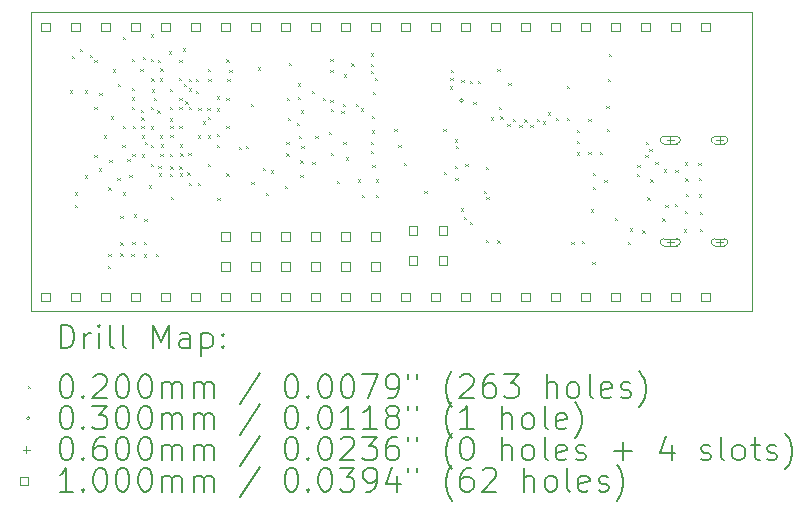
<source format=gbr>
%TF.GenerationSoftware,KiCad,Pcbnew,8.0.6*%
%TF.CreationDate,2024-12-01T18:19:09-08:00*%
%TF.ProjectId,SYNC-VT,53594e43-2d56-4542-9e6b-696361645f70,rev?*%
%TF.SameCoordinates,Original*%
%TF.FileFunction,Drillmap*%
%TF.FilePolarity,Positive*%
%FSLAX45Y45*%
G04 Gerber Fmt 4.5, Leading zero omitted, Abs format (unit mm)*
G04 Created by KiCad (PCBNEW 8.0.6) date 2024-12-01 18:19:09*
%MOMM*%
%LPD*%
G01*
G04 APERTURE LIST*
%ADD10C,0.100000*%
%ADD11C,0.200000*%
G04 APERTURE END LIST*
D10*
X8901000Y-3668000D02*
X15009000Y-3668000D01*
X15009000Y-6196000D01*
X8901000Y-6196000D01*
X8901000Y-3668000D01*
D11*
D10*
X9232501Y-4326001D02*
X9252501Y-4346001D01*
X9252501Y-4326001D02*
X9232501Y-4346001D01*
X9250000Y-4033000D02*
X9270000Y-4053000D01*
X9270000Y-4033000D02*
X9250000Y-4053000D01*
X9275000Y-5191500D02*
X9295000Y-5211500D01*
X9295000Y-5191500D02*
X9275000Y-5211500D01*
X9275000Y-5295000D02*
X9295000Y-5315000D01*
X9295000Y-5295000D02*
X9275000Y-5315000D01*
X9316960Y-3975460D02*
X9336960Y-3995460D01*
X9336960Y-3975460D02*
X9316960Y-3995460D01*
X9359500Y-4326006D02*
X9379500Y-4346006D01*
X9379500Y-4326006D02*
X9359500Y-4346006D01*
X9359500Y-5046003D02*
X9379500Y-5066003D01*
X9379500Y-5046003D02*
X9359500Y-5066003D01*
X9399585Y-4025771D02*
X9419585Y-4045771D01*
X9419585Y-4025771D02*
X9399585Y-4045771D01*
X9440000Y-4068000D02*
X9460000Y-4088000D01*
X9460000Y-4068000D02*
X9440000Y-4088000D01*
X9441000Y-4469000D02*
X9461000Y-4489000D01*
X9461000Y-4469000D02*
X9441000Y-4489000D01*
X9441000Y-4871000D02*
X9461000Y-4891000D01*
X9461000Y-4871000D02*
X9441000Y-4891000D01*
X9480000Y-4989000D02*
X9500000Y-5009000D01*
X9500000Y-4989000D02*
X9480000Y-5009000D01*
X9483472Y-4349000D02*
X9503472Y-4369000D01*
X9503472Y-4349000D02*
X9483472Y-4369000D01*
X9518999Y-4709001D02*
X9538999Y-4729001D01*
X9538999Y-4709001D02*
X9518999Y-4729001D01*
X9557000Y-5813000D02*
X9577000Y-5833000D01*
X9577000Y-5813000D02*
X9557000Y-5833000D01*
X9559000Y-5149000D02*
X9579000Y-5169000D01*
X9579000Y-5149000D02*
X9559000Y-5169000D01*
X9560000Y-5712000D02*
X9580000Y-5732000D01*
X9580000Y-5712000D02*
X9560000Y-5732000D01*
X9566000Y-4916000D02*
X9586000Y-4936000D01*
X9586000Y-4916000D02*
X9566000Y-4936000D01*
X9582000Y-4545939D02*
X9602000Y-4565939D01*
X9602000Y-4545939D02*
X9582000Y-4565939D01*
X9595000Y-4148000D02*
X9615000Y-4168000D01*
X9615000Y-4148000D02*
X9595000Y-4168000D01*
X9634528Y-5069000D02*
X9654528Y-5089000D01*
X9654528Y-5069000D02*
X9634528Y-5089000D01*
X9637000Y-4271000D02*
X9657000Y-4291000D01*
X9657000Y-4271000D02*
X9637000Y-4291000D01*
X9661000Y-5614000D02*
X9681000Y-5634000D01*
X9681000Y-5614000D02*
X9661000Y-5634000D01*
X9662000Y-5390000D02*
X9682000Y-5410000D01*
X9682000Y-5390000D02*
X9662000Y-5410000D01*
X9662000Y-5707000D02*
X9682000Y-5727000D01*
X9682000Y-5707000D02*
X9662000Y-5727000D01*
X9676000Y-4791000D02*
X9696000Y-4811000D01*
X9696000Y-4791000D02*
X9676000Y-4811000D01*
X9679000Y-4629000D02*
X9699000Y-4649000D01*
X9699000Y-4629000D02*
X9679000Y-4649000D01*
X9682000Y-5191000D02*
X9702000Y-5211000D01*
X9702000Y-5191000D02*
X9682000Y-5211000D01*
X9684000Y-3875000D02*
X9704000Y-3895000D01*
X9704000Y-3875000D02*
X9684000Y-3895000D01*
X9721170Y-4906830D02*
X9741170Y-4926830D01*
X9741170Y-4906830D02*
X9721170Y-4926830D01*
X9736000Y-5045000D02*
X9756000Y-5065000D01*
X9756000Y-5045000D02*
X9736000Y-5065000D01*
X9754000Y-5714000D02*
X9774000Y-5734000D01*
X9774000Y-5714000D02*
X9754000Y-5734000D01*
X9758000Y-4388000D02*
X9778000Y-4408000D01*
X9778000Y-4388000D02*
X9758000Y-4408000D01*
X9759000Y-4469000D02*
X9779000Y-4489000D01*
X9779000Y-4469000D02*
X9759000Y-4489000D01*
X9759000Y-4306000D02*
X9779000Y-4326000D01*
X9779000Y-4306000D02*
X9759000Y-4326000D01*
X9760233Y-4060000D02*
X9780233Y-4080000D01*
X9780233Y-4060000D02*
X9760233Y-4080000D01*
X9763000Y-4867000D02*
X9783000Y-4887000D01*
X9783000Y-4867000D02*
X9763000Y-4887000D01*
X9763000Y-5611000D02*
X9783000Y-5631000D01*
X9783000Y-5611000D02*
X9763000Y-5631000D01*
X9764000Y-4627000D02*
X9784000Y-4647000D01*
X9784000Y-4627000D02*
X9764000Y-4647000D01*
X9772251Y-5377045D02*
X9792251Y-5397045D01*
X9792251Y-5377045D02*
X9772251Y-5397045D01*
X9829834Y-4144048D02*
X9849834Y-4164048D01*
X9849834Y-4144048D02*
X9829834Y-4164048D01*
X9834000Y-4491000D02*
X9854000Y-4511000D01*
X9854000Y-4491000D02*
X9834000Y-4511000D01*
X9839000Y-4629000D02*
X9859000Y-4649000D01*
X9859000Y-4629000D02*
X9839000Y-4649000D01*
X9839146Y-4556000D02*
X9859146Y-4576000D01*
X9859146Y-4556000D02*
X9839146Y-4576000D01*
X9840000Y-4707000D02*
X9860000Y-4727000D01*
X9860000Y-4707000D02*
X9840000Y-4727000D01*
X9842000Y-4869000D02*
X9862000Y-4889000D01*
X9862000Y-4869000D02*
X9842000Y-4889000D01*
X9849130Y-4041500D02*
X9869130Y-4061500D01*
X9869130Y-4041500D02*
X9849130Y-4061500D01*
X9857000Y-5610000D02*
X9877000Y-5630000D01*
X9877000Y-5610000D02*
X9857000Y-5630000D01*
X9861000Y-5716000D02*
X9881000Y-5736000D01*
X9881000Y-5716000D02*
X9861000Y-5736000D01*
X9864000Y-5414000D02*
X9884000Y-5434000D01*
X9884000Y-5414000D02*
X9864000Y-5434000D01*
X9866217Y-4760970D02*
X9886217Y-4780970D01*
X9886217Y-4760970D02*
X9866217Y-4780970D01*
X9904000Y-5133000D02*
X9924000Y-5153000D01*
X9924000Y-5133000D02*
X9904000Y-5153000D01*
X9917000Y-3854000D02*
X9937000Y-3874000D01*
X9937000Y-3854000D02*
X9917000Y-3874000D01*
X9917000Y-4468000D02*
X9937000Y-4488000D01*
X9937000Y-4468000D02*
X9917000Y-4488000D01*
X9919000Y-4060060D02*
X9939000Y-4080060D01*
X9939000Y-4060060D02*
X9919000Y-4080060D01*
X9919000Y-4632000D02*
X9939000Y-4652000D01*
X9939000Y-4632000D02*
X9919000Y-4652000D01*
X9919000Y-4948000D02*
X9939000Y-4968000D01*
X9939000Y-4948000D02*
X9919000Y-4968000D01*
X9920000Y-4788219D02*
X9940000Y-4808219D01*
X9940000Y-4788219D02*
X9920000Y-4808219D01*
X9922000Y-4227000D02*
X9942000Y-4247000D01*
X9942000Y-4227000D02*
X9922000Y-4247000D01*
X9927391Y-4318391D02*
X9947391Y-4338391D01*
X9947391Y-4318391D02*
X9927391Y-4338391D01*
X9942000Y-4389000D02*
X9962000Y-4409000D01*
X9962000Y-4389000D02*
X9942000Y-4409000D01*
X9961000Y-5710000D02*
X9981000Y-5730000D01*
X9981000Y-5710000D02*
X9961000Y-5730000D01*
X9973109Y-4497109D02*
X9993109Y-4517109D01*
X9993109Y-4497109D02*
X9973109Y-4517109D01*
X9977734Y-4068541D02*
X9997734Y-4088541D01*
X9997734Y-4068541D02*
X9977734Y-4088541D01*
X9983441Y-4968445D02*
X10003441Y-4988445D01*
X10003441Y-4968445D02*
X9983441Y-4988445D01*
X9985500Y-5030002D02*
X10005500Y-5050002D01*
X10005500Y-5030002D02*
X9985500Y-5050002D01*
X9992892Y-4708540D02*
X10012892Y-4728540D01*
X10012892Y-4708540D02*
X9992892Y-4728540D01*
X9993000Y-4227000D02*
X10013000Y-4247000D01*
X10013000Y-4227000D02*
X9993000Y-4247000D01*
X9999000Y-4866000D02*
X10019000Y-4886000D01*
X10019000Y-4866000D02*
X9999000Y-4886000D01*
X10000000Y-4142000D02*
X10020000Y-4162000D01*
X10020000Y-4142000D02*
X10000000Y-4162000D01*
X10003000Y-4785569D02*
X10023000Y-4805569D01*
X10023000Y-4785569D02*
X10003000Y-4805569D01*
X10072063Y-3995937D02*
X10092063Y-4015937D01*
X10092063Y-3995937D02*
X10072063Y-4015937D01*
X10078662Y-5033868D02*
X10098662Y-5053868D01*
X10098662Y-5033868D02*
X10078662Y-5053868D01*
X10079000Y-4469000D02*
X10099000Y-4489000D01*
X10099000Y-4469000D02*
X10079000Y-4489000D01*
X10079000Y-4565000D02*
X10099000Y-4585000D01*
X10099000Y-4565000D02*
X10079000Y-4585000D01*
X10080000Y-4866000D02*
X10100000Y-4886000D01*
X10100000Y-4866000D02*
X10080000Y-4886000D01*
X10081000Y-4316000D02*
X10101000Y-4336000D01*
X10101000Y-4316000D02*
X10081000Y-4336000D01*
X10082422Y-4970500D02*
X10102422Y-4990500D01*
X10102422Y-4970500D02*
X10082422Y-4990500D01*
X10084000Y-4626000D02*
X10104000Y-4646000D01*
X10104000Y-4626000D02*
X10084000Y-4646000D01*
X10085000Y-4705000D02*
X10105000Y-4725000D01*
X10105000Y-4705000D02*
X10085000Y-4725000D01*
X10087955Y-5231049D02*
X10107955Y-5251049D01*
X10107955Y-5231049D02*
X10087955Y-5251049D01*
X10153609Y-4223474D02*
X10173609Y-4243474D01*
X10173609Y-4223474D02*
X10153609Y-4243474D01*
X10159000Y-4469000D02*
X10179000Y-4489000D01*
X10179000Y-4469000D02*
X10159000Y-4489000D01*
X10159000Y-4389000D02*
X10179000Y-4409000D01*
X10179000Y-4389000D02*
X10159000Y-4409000D01*
X10159000Y-4626000D02*
X10179000Y-4646000D01*
X10179000Y-4626000D02*
X10159000Y-4646000D01*
X10159003Y-4069002D02*
X10179003Y-4089002D01*
X10179003Y-4069002D02*
X10159003Y-4089002D01*
X10160000Y-4970500D02*
X10180000Y-4990500D01*
X10180000Y-4970500D02*
X10160000Y-4990500D01*
X10162838Y-4785838D02*
X10182838Y-4805838D01*
X10182838Y-4785838D02*
X10162838Y-4805838D01*
X10163500Y-5029000D02*
X10183500Y-5049000D01*
X10183500Y-5029000D02*
X10163500Y-5049000D01*
X10169214Y-4859417D02*
X10189214Y-4879417D01*
X10189214Y-4859417D02*
X10169214Y-4879417D01*
X10188770Y-3971026D02*
X10208770Y-3991026D01*
X10208770Y-3971026D02*
X10188770Y-3991026D01*
X10199000Y-4270000D02*
X10219000Y-4290000D01*
X10219000Y-4270000D02*
X10199000Y-4290000D01*
X10212000Y-4421000D02*
X10232000Y-4441000D01*
X10232000Y-4421000D02*
X10212000Y-4441000D01*
X10227500Y-5021500D02*
X10247500Y-5041500D01*
X10247500Y-5021500D02*
X10227500Y-5041500D01*
X10236000Y-4854500D02*
X10256000Y-4874500D01*
X10256000Y-4854500D02*
X10236000Y-4874500D01*
X10238000Y-5110000D02*
X10258000Y-5130000D01*
X10258000Y-5110000D02*
X10238000Y-5130000D01*
X10239000Y-4469000D02*
X10259000Y-4489000D01*
X10259000Y-4469000D02*
X10239000Y-4489000D01*
X10239000Y-4229000D02*
X10259000Y-4249000D01*
X10259000Y-4229000D02*
X10239000Y-4249000D01*
X10239000Y-4309000D02*
X10259000Y-4329000D01*
X10259000Y-4309000D02*
X10239000Y-4329000D01*
X10299000Y-4328999D02*
X10319000Y-4348999D01*
X10319000Y-4328999D02*
X10299000Y-4348999D01*
X10299500Y-4229000D02*
X10319500Y-4249000D01*
X10319500Y-4229000D02*
X10299500Y-4249000D01*
X10318998Y-5109000D02*
X10338998Y-5129000D01*
X10338998Y-5109000D02*
X10318998Y-5129000D01*
X10319002Y-4709001D02*
X10339002Y-4729001D01*
X10339002Y-4709001D02*
X10319002Y-4729001D01*
X10319857Y-4473000D02*
X10339857Y-4493000D01*
X10339857Y-4473000D02*
X10319857Y-4493000D01*
X10360000Y-4590000D02*
X10380000Y-4610000D01*
X10380000Y-4590000D02*
X10360000Y-4610000D01*
X10397000Y-4477000D02*
X10417000Y-4497000D01*
X10417000Y-4477000D02*
X10397000Y-4497000D01*
X10399000Y-4549000D02*
X10419000Y-4569000D01*
X10419000Y-4549000D02*
X10399000Y-4569000D01*
X10399000Y-4708000D02*
X10419000Y-4728000D01*
X10419000Y-4708000D02*
X10399000Y-4728000D01*
X10399001Y-4949000D02*
X10419001Y-4969000D01*
X10419001Y-4949000D02*
X10399001Y-4969000D01*
X10404000Y-4146000D02*
X10424000Y-4166000D01*
X10424000Y-4146000D02*
X10404000Y-4166000D01*
X10406500Y-4230379D02*
X10426500Y-4250379D01*
X10426500Y-4230379D02*
X10406500Y-4250379D01*
X10479000Y-4478500D02*
X10499000Y-4498500D01*
X10499000Y-4478500D02*
X10479000Y-4498500D01*
X10479000Y-4694500D02*
X10499000Y-4714500D01*
X10499000Y-4694500D02*
X10479000Y-4714500D01*
X10479001Y-4789001D02*
X10499001Y-4809001D01*
X10499001Y-4789001D02*
X10479001Y-4809001D01*
X10479601Y-4377568D02*
X10499601Y-4397568D01*
X10499601Y-4377568D02*
X10479601Y-4397568D01*
X10481000Y-5239000D02*
X10501000Y-5259000D01*
X10501000Y-5239000D02*
X10481000Y-5259000D01*
X10558717Y-4064165D02*
X10578717Y-4084165D01*
X10578717Y-4064165D02*
X10558717Y-4084165D01*
X10558999Y-4628999D02*
X10578999Y-4648999D01*
X10578999Y-4628999D02*
X10558999Y-4648999D01*
X10559002Y-5028999D02*
X10579002Y-5048999D01*
X10579002Y-5028999D02*
X10559002Y-5048999D01*
X10559002Y-4389000D02*
X10579002Y-4409000D01*
X10579002Y-4389000D02*
X10559002Y-4409000D01*
X10566300Y-4231696D02*
X10586300Y-4251696D01*
X10586300Y-4231696D02*
X10566300Y-4251696D01*
X10581896Y-4151892D02*
X10601896Y-4171892D01*
X10601896Y-4151892D02*
X10581896Y-4171892D01*
X10664000Y-4807000D02*
X10684000Y-4827000D01*
X10684000Y-4807000D02*
X10664000Y-4827000D01*
X10724000Y-4798000D02*
X10744000Y-4818000D01*
X10744000Y-4798000D02*
X10724000Y-4818000D01*
X10766000Y-4443000D02*
X10786000Y-4463000D01*
X10786000Y-4443000D02*
X10766000Y-4463000D01*
X10770000Y-5103000D02*
X10790000Y-5123000D01*
X10790000Y-5103000D02*
X10770000Y-5123000D01*
X10825000Y-4133000D02*
X10845000Y-4153000D01*
X10845000Y-4133000D02*
X10825000Y-4153000D01*
X10868000Y-4986000D02*
X10888000Y-5006000D01*
X10888000Y-4986000D02*
X10868000Y-5006000D01*
X10890000Y-5195000D02*
X10910000Y-5215000D01*
X10910000Y-5195000D02*
X10890000Y-5215000D01*
X10936496Y-5004504D02*
X10956496Y-5024504D01*
X10956496Y-5004504D02*
X10936496Y-5024504D01*
X11051000Y-5134000D02*
X11071000Y-5154000D01*
X11071000Y-5134000D02*
X11051000Y-5154000D01*
X11064998Y-4764999D02*
X11084998Y-4784999D01*
X11084998Y-4764999D02*
X11064998Y-4784999D01*
X11065000Y-4861000D02*
X11085000Y-4881000D01*
X11085000Y-4861000D02*
X11065000Y-4881000D01*
X11068998Y-4389000D02*
X11088998Y-4409000D01*
X11088998Y-4389000D02*
X11068998Y-4409000D01*
X11080500Y-4561815D02*
X11100500Y-4581815D01*
X11100500Y-4561815D02*
X11080500Y-4581815D01*
X11086000Y-4097000D02*
X11106000Y-4117000D01*
X11106000Y-4097000D02*
X11086000Y-4117000D01*
X11156000Y-4605000D02*
X11176000Y-4625000D01*
X11176000Y-4605000D02*
X11156000Y-4625000D01*
X11162000Y-4268000D02*
X11182000Y-4288000D01*
X11182000Y-4268000D02*
X11162000Y-4288000D01*
X11163000Y-4381000D02*
X11183000Y-4401000D01*
X11183000Y-4381000D02*
X11163000Y-4401000D01*
X11170000Y-4713000D02*
X11190000Y-4733000D01*
X11190000Y-4713000D02*
X11170000Y-4733000D01*
X11183663Y-4920337D02*
X11203663Y-4940337D01*
X11203663Y-4920337D02*
X11183663Y-4940337D01*
X11185390Y-5043001D02*
X11205390Y-5063001D01*
X11205390Y-5043001D02*
X11185390Y-5063001D01*
X11187000Y-4496000D02*
X11207000Y-4516000D01*
X11207000Y-4496000D02*
X11187000Y-4516000D01*
X11193631Y-4796369D02*
X11213631Y-4816369D01*
X11213631Y-4796369D02*
X11193631Y-4816369D01*
X11280000Y-4331000D02*
X11300000Y-4351000D01*
X11300000Y-4331000D02*
X11280000Y-4351000D01*
X11287620Y-4935000D02*
X11307620Y-4955000D01*
X11307620Y-4935000D02*
X11287620Y-4955000D01*
X11312000Y-4715000D02*
X11332000Y-4735000D01*
X11332000Y-4715000D02*
X11312000Y-4735000D01*
X11375000Y-4389000D02*
X11395000Y-4409000D01*
X11395000Y-4389000D02*
X11375000Y-4409000D01*
X11426000Y-4677000D02*
X11446000Y-4697000D01*
X11446000Y-4677000D02*
X11426000Y-4697000D01*
X11437811Y-4406730D02*
X11457811Y-4426730D01*
X11457811Y-4406730D02*
X11437811Y-4426730D01*
X11439000Y-4058000D02*
X11459000Y-4078000D01*
X11459000Y-4058000D02*
X11439000Y-4078000D01*
X11439000Y-4154000D02*
X11459000Y-4174000D01*
X11459000Y-4154000D02*
X11439000Y-4174000D01*
X11443000Y-4855465D02*
X11463000Y-4875465D01*
X11463000Y-4855465D02*
X11443000Y-4875465D01*
X11444000Y-4482000D02*
X11464000Y-4502000D01*
X11464000Y-4482000D02*
X11444000Y-4502000D01*
X11494000Y-5093000D02*
X11514000Y-5113000D01*
X11514000Y-5093000D02*
X11494000Y-5113000D01*
X11533000Y-4501000D02*
X11553000Y-4521000D01*
X11553000Y-4501000D02*
X11533000Y-4521000D01*
X11546846Y-4439859D02*
X11566846Y-4459859D01*
X11566846Y-4439859D02*
X11546846Y-4459859D01*
X11550000Y-4765000D02*
X11570000Y-4785000D01*
X11570000Y-4765000D02*
X11550000Y-4785000D01*
X11553199Y-4192071D02*
X11573199Y-4212071D01*
X11573199Y-4192071D02*
X11553199Y-4212071D01*
X11570000Y-4894000D02*
X11590000Y-4914000D01*
X11590000Y-4894000D02*
X11570000Y-4914000D01*
X11617000Y-4099000D02*
X11637000Y-4119000D01*
X11637000Y-4099000D02*
X11617000Y-4119000D01*
X11652707Y-4439792D02*
X11672707Y-4459792D01*
X11672707Y-4439792D02*
X11652707Y-4459792D01*
X11672000Y-5080500D02*
X11692000Y-5100500D01*
X11692000Y-5080500D02*
X11672000Y-5100500D01*
X11699000Y-4481000D02*
X11719000Y-4501000D01*
X11719000Y-4481000D02*
X11699000Y-4501000D01*
X11703000Y-5210500D02*
X11723000Y-5230500D01*
X11723000Y-5210500D02*
X11703000Y-5230500D01*
X11781000Y-4101000D02*
X11801000Y-4121000D01*
X11801000Y-4101000D02*
X11781000Y-4121000D01*
X11782000Y-4841000D02*
X11802000Y-4861000D01*
X11802000Y-4841000D02*
X11782000Y-4861000D01*
X11782516Y-4161024D02*
X11802516Y-4181024D01*
X11802516Y-4161024D02*
X11782516Y-4181024D01*
X11783500Y-4761500D02*
X11803500Y-4781500D01*
X11803500Y-4761500D02*
X11783500Y-4781500D01*
X11784000Y-4014000D02*
X11804000Y-4034000D01*
X11804000Y-4014000D02*
X11784000Y-4034000D01*
X11788000Y-4544000D02*
X11808000Y-4564000D01*
X11808000Y-4544000D02*
X11788000Y-4564000D01*
X11790000Y-4667000D02*
X11810000Y-4687000D01*
X11810000Y-4667000D02*
X11790000Y-4687000D01*
X11793000Y-4960500D02*
X11813000Y-4980500D01*
X11813000Y-4960500D02*
X11793000Y-4980500D01*
X11799919Y-4340335D02*
X11819919Y-4360335D01*
X11819919Y-4340335D02*
X11799919Y-4360335D01*
X11813000Y-4219000D02*
X11833000Y-4239000D01*
X11833000Y-4219000D02*
X11813000Y-4239000D01*
X11825000Y-5212000D02*
X11845000Y-5232000D01*
X11845000Y-5212000D02*
X11825000Y-5232000D01*
X11825500Y-5080500D02*
X11845500Y-5100500D01*
X11845500Y-5080500D02*
X11825500Y-5100500D01*
X11979500Y-4651000D02*
X11999500Y-4671000D01*
X11999500Y-4651000D02*
X11979500Y-4671000D01*
X12013000Y-4787000D02*
X12033000Y-4807000D01*
X12033000Y-4787000D02*
X12013000Y-4807000D01*
X12060000Y-4940500D02*
X12080000Y-4960500D01*
X12080000Y-4940500D02*
X12060000Y-4960500D01*
X12233000Y-5178000D02*
X12253000Y-5198000D01*
X12253000Y-5178000D02*
X12233000Y-5198000D01*
X12394500Y-4651500D02*
X12414500Y-4671500D01*
X12414500Y-4651500D02*
X12394500Y-4671500D01*
X12397000Y-5019000D02*
X12417000Y-5039000D01*
X12417000Y-5019000D02*
X12397000Y-5039000D01*
X12451000Y-4292000D02*
X12471000Y-4312000D01*
X12471000Y-4292000D02*
X12451000Y-4312000D01*
X12455000Y-4222000D02*
X12475000Y-4242000D01*
X12475000Y-4222000D02*
X12455000Y-4242000D01*
X12457000Y-4154000D02*
X12477000Y-4174000D01*
X12477000Y-4154000D02*
X12457000Y-4174000D01*
X12494500Y-4966500D02*
X12514500Y-4986500D01*
X12514500Y-4966500D02*
X12494500Y-4986500D01*
X12495000Y-4743000D02*
X12515000Y-4763000D01*
X12515000Y-4743000D02*
X12495000Y-4763000D01*
X12497000Y-5066000D02*
X12517000Y-5086000D01*
X12517000Y-5066000D02*
X12497000Y-5086000D01*
X12501000Y-4799000D02*
X12521000Y-4819000D01*
X12521000Y-4799000D02*
X12501000Y-4819000D01*
X12543317Y-5326317D02*
X12563317Y-5346317D01*
X12563317Y-5326317D02*
X12543317Y-5346317D01*
X12549000Y-4241000D02*
X12569000Y-4261000D01*
X12569000Y-4241000D02*
X12549000Y-4261000D01*
X12568778Y-5399447D02*
X12588778Y-5419447D01*
X12588778Y-5399447D02*
X12568778Y-5419447D01*
X12580000Y-4952000D02*
X12600000Y-4972000D01*
X12600000Y-4952000D02*
X12580000Y-4972000D01*
X12619000Y-4245000D02*
X12639000Y-4265000D01*
X12639000Y-4245000D02*
X12619000Y-4265000D01*
X12619250Y-5443000D02*
X12639250Y-5463000D01*
X12639250Y-5443000D02*
X12619250Y-5463000D01*
X12649000Y-4426000D02*
X12669000Y-4446000D01*
X12669000Y-4426000D02*
X12649000Y-4446000D01*
X12687000Y-4247000D02*
X12707000Y-4267000D01*
X12707000Y-4247000D02*
X12687000Y-4267000D01*
X12740000Y-5176000D02*
X12760000Y-5196000D01*
X12760000Y-5176000D02*
X12740000Y-5196000D01*
X12754000Y-5595000D02*
X12774000Y-5615000D01*
X12774000Y-5595000D02*
X12754000Y-5615000D01*
X12755000Y-4976000D02*
X12775000Y-4996000D01*
X12775000Y-4976000D02*
X12755000Y-4996000D01*
X12757773Y-5228050D02*
X12777773Y-5248050D01*
X12777773Y-5228050D02*
X12757773Y-5248050D01*
X12794962Y-4554962D02*
X12814962Y-4574962D01*
X12814962Y-4554962D02*
X12794962Y-4574962D01*
X12852000Y-4146000D02*
X12872000Y-4166000D01*
X12872000Y-4146000D02*
X12852000Y-4166000D01*
X12853000Y-5598000D02*
X12873000Y-5618000D01*
X12873000Y-5598000D02*
X12853000Y-5618000D01*
X12866000Y-4465000D02*
X12886000Y-4485000D01*
X12886000Y-4465000D02*
X12866000Y-4485000D01*
X12877711Y-4547000D02*
X12897711Y-4567000D01*
X12897711Y-4547000D02*
X12877711Y-4567000D01*
X12938000Y-4612000D02*
X12958000Y-4632000D01*
X12958000Y-4612000D02*
X12938000Y-4632000D01*
X12946000Y-4263000D02*
X12966000Y-4283000D01*
X12966000Y-4263000D02*
X12946000Y-4283000D01*
X12986000Y-4570000D02*
X13006000Y-4590000D01*
X13006000Y-4570000D02*
X12986000Y-4590000D01*
X13038000Y-4618000D02*
X13058000Y-4638000D01*
X13058000Y-4618000D02*
X13038000Y-4638000D01*
X13082000Y-4572000D02*
X13102000Y-4592000D01*
X13102000Y-4572000D02*
X13082000Y-4592000D01*
X13132000Y-4622000D02*
X13152000Y-4642000D01*
X13152000Y-4622000D02*
X13132000Y-4642000D01*
X13185000Y-4569000D02*
X13205000Y-4589000D01*
X13205000Y-4569000D02*
X13185000Y-4589000D01*
X13237000Y-4590000D02*
X13257000Y-4610000D01*
X13257000Y-4590000D02*
X13237000Y-4610000D01*
X13282000Y-4515000D02*
X13302000Y-4535000D01*
X13302000Y-4515000D02*
X13282000Y-4535000D01*
X13347000Y-4559000D02*
X13367000Y-4579000D01*
X13367000Y-4559000D02*
X13347000Y-4579000D01*
X13440000Y-4562000D02*
X13460000Y-4582000D01*
X13460000Y-4562000D02*
X13440000Y-4582000D01*
X13442000Y-4289000D02*
X13462000Y-4309000D01*
X13462000Y-4289000D02*
X13442000Y-4309000D01*
X13478000Y-5608000D02*
X13498000Y-5628000D01*
X13498000Y-5608000D02*
X13478000Y-5628000D01*
X13523000Y-4659000D02*
X13543000Y-4679000D01*
X13543000Y-4659000D02*
X13523000Y-4679000D01*
X13523000Y-4755000D02*
X13543000Y-4775000D01*
X13543000Y-4755000D02*
X13523000Y-4775000D01*
X13528000Y-4852000D02*
X13548000Y-4872000D01*
X13548000Y-4852000D02*
X13528000Y-4872000D01*
X13568000Y-5603000D02*
X13588000Y-5623000D01*
X13588000Y-5603000D02*
X13568000Y-5623000D01*
X13624000Y-4570000D02*
X13644000Y-4590000D01*
X13644000Y-4570000D02*
X13624000Y-4590000D01*
X13624000Y-4850000D02*
X13644000Y-4870000D01*
X13644000Y-4850000D02*
X13624000Y-4870000D01*
X13644000Y-5335000D02*
X13664000Y-5355000D01*
X13664000Y-5335000D02*
X13644000Y-5355000D01*
X13658000Y-5778000D02*
X13678000Y-5798000D01*
X13678000Y-5778000D02*
X13658000Y-5798000D01*
X13661000Y-5142000D02*
X13681000Y-5162000D01*
X13681000Y-5142000D02*
X13661000Y-5162000D01*
X13663000Y-5027000D02*
X13683000Y-5047000D01*
X13683000Y-5027000D02*
X13663000Y-5047000D01*
X13720000Y-4850000D02*
X13740000Y-4870000D01*
X13740000Y-4850000D02*
X13720000Y-4870000D01*
X13757000Y-5084000D02*
X13777000Y-5104000D01*
X13777000Y-5084000D02*
X13757000Y-5104000D01*
X13775250Y-4460000D02*
X13795250Y-4480000D01*
X13795250Y-4460000D02*
X13775250Y-4480000D01*
X13782000Y-4652000D02*
X13802000Y-4672000D01*
X13802000Y-4652000D02*
X13782000Y-4672000D01*
X13790500Y-4231500D02*
X13810500Y-4251500D01*
X13810500Y-4231500D02*
X13790500Y-4251500D01*
X13794000Y-4016000D02*
X13814000Y-4036000D01*
X13814000Y-4016000D02*
X13794000Y-4036000D01*
X13847000Y-5407000D02*
X13867000Y-5427000D01*
X13867000Y-5407000D02*
X13847000Y-5427000D01*
X13955000Y-5611000D02*
X13975000Y-5631000D01*
X13975000Y-5611000D02*
X13955000Y-5631000D01*
X13972132Y-5496750D02*
X13992132Y-5516750D01*
X13992132Y-5496750D02*
X13972132Y-5516750D01*
X14031324Y-5032607D02*
X14051324Y-5052607D01*
X14051324Y-5032607D02*
X14031324Y-5052607D01*
X14039000Y-4958000D02*
X14059000Y-4978000D01*
X14059000Y-4958000D02*
X14039000Y-4978000D01*
X14079000Y-5512000D02*
X14099000Y-5532000D01*
X14099000Y-5512000D02*
X14079000Y-5532000D01*
X14105875Y-4875000D02*
X14125875Y-4895000D01*
X14125875Y-4875000D02*
X14105875Y-4895000D01*
X14110875Y-4764000D02*
X14130875Y-4784000D01*
X14130875Y-4764000D02*
X14110875Y-4784000D01*
X14122875Y-5232000D02*
X14142875Y-5252000D01*
X14142875Y-5232000D02*
X14122875Y-5252000D01*
X14140000Y-4825000D02*
X14160000Y-4845000D01*
X14160000Y-4825000D02*
X14140000Y-4845000D01*
X14146805Y-5080558D02*
X14166805Y-5100558D01*
X14166805Y-5080558D02*
X14146805Y-5100558D01*
X14189875Y-4935000D02*
X14209875Y-4955000D01*
X14209875Y-4935000D02*
X14189875Y-4955000D01*
X14248875Y-5410000D02*
X14268875Y-5430000D01*
X14268875Y-5410000D02*
X14248875Y-5430000D01*
X14263875Y-4995000D02*
X14283875Y-5015000D01*
X14283875Y-4995000D02*
X14263875Y-5015000D01*
X14275875Y-5295000D02*
X14295875Y-5315000D01*
X14295875Y-5295000D02*
X14275875Y-5315000D01*
X14356984Y-5289109D02*
X14376984Y-5309109D01*
X14376984Y-5289109D02*
X14356984Y-5309109D01*
X14360375Y-5001983D02*
X14380375Y-5021983D01*
X14380375Y-5001983D02*
X14360375Y-5021983D01*
X14433875Y-5503000D02*
X14453875Y-5523000D01*
X14453875Y-5503000D02*
X14433875Y-5523000D01*
X14438875Y-4938000D02*
X14458875Y-4958000D01*
X14458875Y-4938000D02*
X14438875Y-4958000D01*
X14440875Y-5346000D02*
X14460875Y-5366000D01*
X14460875Y-5346000D02*
X14440875Y-5366000D01*
X14443875Y-5073000D02*
X14463875Y-5093000D01*
X14463875Y-5073000D02*
X14443875Y-5093000D01*
X14445875Y-5201000D02*
X14465875Y-5221000D01*
X14465875Y-5201000D02*
X14445875Y-5221000D01*
X14552875Y-4940000D02*
X14572875Y-4960000D01*
X14572875Y-4940000D02*
X14552875Y-4960000D01*
X14555875Y-5070000D02*
X14575875Y-5090000D01*
X14575875Y-5070000D02*
X14555875Y-5090000D01*
X14559875Y-5208000D02*
X14579875Y-5228000D01*
X14579875Y-5208000D02*
X14559875Y-5228000D01*
X14566875Y-5355000D02*
X14586875Y-5375000D01*
X14586875Y-5355000D02*
X14566875Y-5375000D01*
X14567875Y-5502000D02*
X14587875Y-5522000D01*
X14587875Y-5502000D02*
X14567875Y-5522000D01*
X12564000Y-4412000D02*
G75*
G02*
X12534000Y-4412000I-15000J0D01*
G01*
X12534000Y-4412000D02*
G75*
G02*
X12564000Y-4412000I15000J0D01*
G01*
X14316375Y-4718000D02*
X14316375Y-4778000D01*
X14286375Y-4748000D02*
X14346375Y-4748000D01*
X14261375Y-4778000D02*
X14371375Y-4778000D01*
X14371375Y-4718000D02*
G75*
G02*
X14371375Y-4778000I0J-30000D01*
G01*
X14371375Y-4718000D02*
X14261375Y-4718000D01*
X14261375Y-4718000D02*
G75*
G03*
X14261375Y-4778000I0J-30000D01*
G01*
X14316375Y-5582000D02*
X14316375Y-5642000D01*
X14286375Y-5612000D02*
X14346375Y-5612000D01*
X14261375Y-5642000D02*
X14371375Y-5642000D01*
X14371375Y-5582000D02*
G75*
G02*
X14371375Y-5642000I0J-30000D01*
G01*
X14371375Y-5582000D02*
X14261375Y-5582000D01*
X14261375Y-5582000D02*
G75*
G03*
X14261375Y-5642000I0J-30000D01*
G01*
X14734375Y-4718000D02*
X14734375Y-4778000D01*
X14704375Y-4748000D02*
X14764375Y-4748000D01*
X14694375Y-4778000D02*
X14774375Y-4778000D01*
X14774375Y-4718000D02*
G75*
G02*
X14774375Y-4778000I0J-30000D01*
G01*
X14774375Y-4718000D02*
X14694375Y-4718000D01*
X14694375Y-4718000D02*
G75*
G03*
X14694375Y-4778000I0J-30000D01*
G01*
X14734375Y-5582000D02*
X14734375Y-5642000D01*
X14704375Y-5612000D02*
X14764375Y-5612000D01*
X14694375Y-5642000D02*
X14774375Y-5642000D01*
X14774375Y-5582000D02*
G75*
G02*
X14774375Y-5642000I0J-30000D01*
G01*
X14774375Y-5582000D02*
X14694375Y-5582000D01*
X14694375Y-5582000D02*
G75*
G03*
X14694375Y-5642000I0J-30000D01*
G01*
X9062356Y-3827356D02*
X9062356Y-3756644D01*
X8991644Y-3756644D01*
X8991644Y-3827356D01*
X9062356Y-3827356D01*
X9063356Y-6114356D02*
X9063356Y-6043644D01*
X8992644Y-6043644D01*
X8992644Y-6114356D01*
X9063356Y-6114356D01*
X9316356Y-3827356D02*
X9316356Y-3756644D01*
X9245644Y-3756644D01*
X9245644Y-3827356D01*
X9316356Y-3827356D01*
X9317356Y-6114356D02*
X9317356Y-6043644D01*
X9246644Y-6043644D01*
X9246644Y-6114356D01*
X9317356Y-6114356D01*
X9570356Y-3827356D02*
X9570356Y-3756644D01*
X9499644Y-3756644D01*
X9499644Y-3827356D01*
X9570356Y-3827356D01*
X9571356Y-6114356D02*
X9571356Y-6043644D01*
X9500644Y-6043644D01*
X9500644Y-6114356D01*
X9571356Y-6114356D01*
X9824356Y-3827356D02*
X9824356Y-3756644D01*
X9753644Y-3756644D01*
X9753644Y-3827356D01*
X9824356Y-3827356D01*
X9825356Y-6114356D02*
X9825356Y-6043644D01*
X9754644Y-6043644D01*
X9754644Y-6114356D01*
X9825356Y-6114356D01*
X10078356Y-3827356D02*
X10078356Y-3756644D01*
X10007644Y-3756644D01*
X10007644Y-3827356D01*
X10078356Y-3827356D01*
X10079356Y-6114356D02*
X10079356Y-6043644D01*
X10008644Y-6043644D01*
X10008644Y-6114356D01*
X10079356Y-6114356D01*
X10332356Y-3827356D02*
X10332356Y-3756644D01*
X10261644Y-3756644D01*
X10261644Y-3827356D01*
X10332356Y-3827356D01*
X10333356Y-6114356D02*
X10333356Y-6043644D01*
X10262644Y-6043644D01*
X10262644Y-6114356D01*
X10333356Y-6114356D01*
X10585356Y-5599356D02*
X10585356Y-5528644D01*
X10514644Y-5528644D01*
X10514644Y-5599356D01*
X10585356Y-5599356D01*
X10585356Y-5853356D02*
X10585356Y-5782644D01*
X10514644Y-5782644D01*
X10514644Y-5853356D01*
X10585356Y-5853356D01*
X10586356Y-3827356D02*
X10586356Y-3756644D01*
X10515644Y-3756644D01*
X10515644Y-3827356D01*
X10586356Y-3827356D01*
X10587356Y-6114356D02*
X10587356Y-6043644D01*
X10516644Y-6043644D01*
X10516644Y-6114356D01*
X10587356Y-6114356D01*
X10839356Y-5599356D02*
X10839356Y-5528644D01*
X10768644Y-5528644D01*
X10768644Y-5599356D01*
X10839356Y-5599356D01*
X10839356Y-5853356D02*
X10839356Y-5782644D01*
X10768644Y-5782644D01*
X10768644Y-5853356D01*
X10839356Y-5853356D01*
X10840356Y-3827356D02*
X10840356Y-3756644D01*
X10769644Y-3756644D01*
X10769644Y-3827356D01*
X10840356Y-3827356D01*
X10841356Y-6114356D02*
X10841356Y-6043644D01*
X10770644Y-6043644D01*
X10770644Y-6114356D01*
X10841356Y-6114356D01*
X11093356Y-5599356D02*
X11093356Y-5528644D01*
X11022644Y-5528644D01*
X11022644Y-5599356D01*
X11093356Y-5599356D01*
X11093356Y-5853356D02*
X11093356Y-5782644D01*
X11022644Y-5782644D01*
X11022644Y-5853356D01*
X11093356Y-5853356D01*
X11094356Y-3827356D02*
X11094356Y-3756644D01*
X11023644Y-3756644D01*
X11023644Y-3827356D01*
X11094356Y-3827356D01*
X11095356Y-6114356D02*
X11095356Y-6043644D01*
X11024644Y-6043644D01*
X11024644Y-6114356D01*
X11095356Y-6114356D01*
X11347356Y-5599356D02*
X11347356Y-5528644D01*
X11276644Y-5528644D01*
X11276644Y-5599356D01*
X11347356Y-5599356D01*
X11347356Y-5853356D02*
X11347356Y-5782644D01*
X11276644Y-5782644D01*
X11276644Y-5853356D01*
X11347356Y-5853356D01*
X11348356Y-3827356D02*
X11348356Y-3756644D01*
X11277644Y-3756644D01*
X11277644Y-3827356D01*
X11348356Y-3827356D01*
X11349356Y-6114356D02*
X11349356Y-6043644D01*
X11278644Y-6043644D01*
X11278644Y-6114356D01*
X11349356Y-6114356D01*
X11601356Y-5599356D02*
X11601356Y-5528644D01*
X11530644Y-5528644D01*
X11530644Y-5599356D01*
X11601356Y-5599356D01*
X11601356Y-5853356D02*
X11601356Y-5782644D01*
X11530644Y-5782644D01*
X11530644Y-5853356D01*
X11601356Y-5853356D01*
X11602356Y-3827356D02*
X11602356Y-3756644D01*
X11531644Y-3756644D01*
X11531644Y-3827356D01*
X11602356Y-3827356D01*
X11603356Y-6114356D02*
X11603356Y-6043644D01*
X11532644Y-6043644D01*
X11532644Y-6114356D01*
X11603356Y-6114356D01*
X11855356Y-5599356D02*
X11855356Y-5528644D01*
X11784644Y-5528644D01*
X11784644Y-5599356D01*
X11855356Y-5599356D01*
X11855356Y-5853356D02*
X11855356Y-5782644D01*
X11784644Y-5782644D01*
X11784644Y-5853356D01*
X11855356Y-5853356D01*
X11856356Y-3827356D02*
X11856356Y-3756644D01*
X11785644Y-3756644D01*
X11785644Y-3827356D01*
X11856356Y-3827356D01*
X11857356Y-6114356D02*
X11857356Y-6043644D01*
X11786644Y-6043644D01*
X11786644Y-6114356D01*
X11857356Y-6114356D01*
X12110356Y-3827356D02*
X12110356Y-3756644D01*
X12039644Y-3756644D01*
X12039644Y-3827356D01*
X12110356Y-3827356D01*
X12111356Y-6114356D02*
X12111356Y-6043644D01*
X12040644Y-6043644D01*
X12040644Y-6114356D01*
X12111356Y-6114356D01*
X12172356Y-5548356D02*
X12172356Y-5477644D01*
X12101644Y-5477644D01*
X12101644Y-5548356D01*
X12172356Y-5548356D01*
X12172356Y-5802356D02*
X12172356Y-5731644D01*
X12101644Y-5731644D01*
X12101644Y-5802356D01*
X12172356Y-5802356D01*
X12364356Y-3827356D02*
X12364356Y-3756644D01*
X12293644Y-3756644D01*
X12293644Y-3827356D01*
X12364356Y-3827356D01*
X12365356Y-6114356D02*
X12365356Y-6043644D01*
X12294644Y-6043644D01*
X12294644Y-6114356D01*
X12365356Y-6114356D01*
X12426356Y-5548356D02*
X12426356Y-5477644D01*
X12355644Y-5477644D01*
X12355644Y-5548356D01*
X12426356Y-5548356D01*
X12426356Y-5802356D02*
X12426356Y-5731644D01*
X12355644Y-5731644D01*
X12355644Y-5802356D01*
X12426356Y-5802356D01*
X12618356Y-3827356D02*
X12618356Y-3756644D01*
X12547644Y-3756644D01*
X12547644Y-3827356D01*
X12618356Y-3827356D01*
X12619356Y-6114356D02*
X12619356Y-6043644D01*
X12548644Y-6043644D01*
X12548644Y-6114356D01*
X12619356Y-6114356D01*
X12872356Y-3827356D02*
X12872356Y-3756644D01*
X12801644Y-3756644D01*
X12801644Y-3827356D01*
X12872356Y-3827356D01*
X12873356Y-6114356D02*
X12873356Y-6043644D01*
X12802644Y-6043644D01*
X12802644Y-6114356D01*
X12873356Y-6114356D01*
X13126356Y-3827356D02*
X13126356Y-3756644D01*
X13055644Y-3756644D01*
X13055644Y-3827356D01*
X13126356Y-3827356D01*
X13127356Y-6114356D02*
X13127356Y-6043644D01*
X13056644Y-6043644D01*
X13056644Y-6114356D01*
X13127356Y-6114356D01*
X13380356Y-3827356D02*
X13380356Y-3756644D01*
X13309644Y-3756644D01*
X13309644Y-3827356D01*
X13380356Y-3827356D01*
X13381356Y-6114356D02*
X13381356Y-6043644D01*
X13310644Y-6043644D01*
X13310644Y-6114356D01*
X13381356Y-6114356D01*
X13634356Y-3827356D02*
X13634356Y-3756644D01*
X13563644Y-3756644D01*
X13563644Y-3827356D01*
X13634356Y-3827356D01*
X13635356Y-6114356D02*
X13635356Y-6043644D01*
X13564644Y-6043644D01*
X13564644Y-6114356D01*
X13635356Y-6114356D01*
X13888356Y-3827356D02*
X13888356Y-3756644D01*
X13817644Y-3756644D01*
X13817644Y-3827356D01*
X13888356Y-3827356D01*
X13889356Y-6114356D02*
X13889356Y-6043644D01*
X13818644Y-6043644D01*
X13818644Y-6114356D01*
X13889356Y-6114356D01*
X14142356Y-3827356D02*
X14142356Y-3756644D01*
X14071644Y-3756644D01*
X14071644Y-3827356D01*
X14142356Y-3827356D01*
X14143356Y-6114356D02*
X14143356Y-6043644D01*
X14072644Y-6043644D01*
X14072644Y-6114356D01*
X14143356Y-6114356D01*
X14396356Y-3827356D02*
X14396356Y-3756644D01*
X14325644Y-3756644D01*
X14325644Y-3827356D01*
X14396356Y-3827356D01*
X14397356Y-6114356D02*
X14397356Y-6043644D01*
X14326644Y-6043644D01*
X14326644Y-6114356D01*
X14397356Y-6114356D01*
X14650356Y-3827356D02*
X14650356Y-3756644D01*
X14579644Y-3756644D01*
X14579644Y-3827356D01*
X14650356Y-3827356D01*
X14651356Y-6114356D02*
X14651356Y-6043644D01*
X14580644Y-6043644D01*
X14580644Y-6114356D01*
X14651356Y-6114356D01*
D11*
X9156777Y-6512484D02*
X9156777Y-6312484D01*
X9156777Y-6312484D02*
X9204396Y-6312484D01*
X9204396Y-6312484D02*
X9232967Y-6322008D01*
X9232967Y-6322008D02*
X9252015Y-6341055D01*
X9252015Y-6341055D02*
X9261539Y-6360103D01*
X9261539Y-6360103D02*
X9271063Y-6398198D01*
X9271063Y-6398198D02*
X9271063Y-6426769D01*
X9271063Y-6426769D02*
X9261539Y-6464865D01*
X9261539Y-6464865D02*
X9252015Y-6483912D01*
X9252015Y-6483912D02*
X9232967Y-6502960D01*
X9232967Y-6502960D02*
X9204396Y-6512484D01*
X9204396Y-6512484D02*
X9156777Y-6512484D01*
X9356777Y-6512484D02*
X9356777Y-6379150D01*
X9356777Y-6417246D02*
X9366301Y-6398198D01*
X9366301Y-6398198D02*
X9375824Y-6388674D01*
X9375824Y-6388674D02*
X9394872Y-6379150D01*
X9394872Y-6379150D02*
X9413920Y-6379150D01*
X9480586Y-6512484D02*
X9480586Y-6379150D01*
X9480586Y-6312484D02*
X9471063Y-6322008D01*
X9471063Y-6322008D02*
X9480586Y-6331531D01*
X9480586Y-6331531D02*
X9490110Y-6322008D01*
X9490110Y-6322008D02*
X9480586Y-6312484D01*
X9480586Y-6312484D02*
X9480586Y-6331531D01*
X9604396Y-6512484D02*
X9585348Y-6502960D01*
X9585348Y-6502960D02*
X9575824Y-6483912D01*
X9575824Y-6483912D02*
X9575824Y-6312484D01*
X9709158Y-6512484D02*
X9690110Y-6502960D01*
X9690110Y-6502960D02*
X9680586Y-6483912D01*
X9680586Y-6483912D02*
X9680586Y-6312484D01*
X9937729Y-6512484D02*
X9937729Y-6312484D01*
X9937729Y-6312484D02*
X10004396Y-6455341D01*
X10004396Y-6455341D02*
X10071063Y-6312484D01*
X10071063Y-6312484D02*
X10071063Y-6512484D01*
X10252015Y-6512484D02*
X10252015Y-6407722D01*
X10252015Y-6407722D02*
X10242491Y-6388674D01*
X10242491Y-6388674D02*
X10223444Y-6379150D01*
X10223444Y-6379150D02*
X10185348Y-6379150D01*
X10185348Y-6379150D02*
X10166301Y-6388674D01*
X10252015Y-6502960D02*
X10232967Y-6512484D01*
X10232967Y-6512484D02*
X10185348Y-6512484D01*
X10185348Y-6512484D02*
X10166301Y-6502960D01*
X10166301Y-6502960D02*
X10156777Y-6483912D01*
X10156777Y-6483912D02*
X10156777Y-6464865D01*
X10156777Y-6464865D02*
X10166301Y-6445817D01*
X10166301Y-6445817D02*
X10185348Y-6436293D01*
X10185348Y-6436293D02*
X10232967Y-6436293D01*
X10232967Y-6436293D02*
X10252015Y-6426769D01*
X10347253Y-6379150D02*
X10347253Y-6579150D01*
X10347253Y-6388674D02*
X10366301Y-6379150D01*
X10366301Y-6379150D02*
X10404396Y-6379150D01*
X10404396Y-6379150D02*
X10423444Y-6388674D01*
X10423444Y-6388674D02*
X10432967Y-6398198D01*
X10432967Y-6398198D02*
X10442491Y-6417246D01*
X10442491Y-6417246D02*
X10442491Y-6474388D01*
X10442491Y-6474388D02*
X10432967Y-6493436D01*
X10432967Y-6493436D02*
X10423444Y-6502960D01*
X10423444Y-6502960D02*
X10404396Y-6512484D01*
X10404396Y-6512484D02*
X10366301Y-6512484D01*
X10366301Y-6512484D02*
X10347253Y-6502960D01*
X10528205Y-6493436D02*
X10537729Y-6502960D01*
X10537729Y-6502960D02*
X10528205Y-6512484D01*
X10528205Y-6512484D02*
X10518682Y-6502960D01*
X10518682Y-6502960D02*
X10528205Y-6493436D01*
X10528205Y-6493436D02*
X10528205Y-6512484D01*
X10528205Y-6388674D02*
X10537729Y-6398198D01*
X10537729Y-6398198D02*
X10528205Y-6407722D01*
X10528205Y-6407722D02*
X10518682Y-6398198D01*
X10518682Y-6398198D02*
X10528205Y-6388674D01*
X10528205Y-6388674D02*
X10528205Y-6407722D01*
D10*
X8876000Y-6831000D02*
X8896000Y-6851000D01*
X8896000Y-6831000D02*
X8876000Y-6851000D01*
D11*
X9194872Y-6732484D02*
X9213920Y-6732484D01*
X9213920Y-6732484D02*
X9232967Y-6742008D01*
X9232967Y-6742008D02*
X9242491Y-6751531D01*
X9242491Y-6751531D02*
X9252015Y-6770579D01*
X9252015Y-6770579D02*
X9261539Y-6808674D01*
X9261539Y-6808674D02*
X9261539Y-6856293D01*
X9261539Y-6856293D02*
X9252015Y-6894388D01*
X9252015Y-6894388D02*
X9242491Y-6913436D01*
X9242491Y-6913436D02*
X9232967Y-6922960D01*
X9232967Y-6922960D02*
X9213920Y-6932484D01*
X9213920Y-6932484D02*
X9194872Y-6932484D01*
X9194872Y-6932484D02*
X9175824Y-6922960D01*
X9175824Y-6922960D02*
X9166301Y-6913436D01*
X9166301Y-6913436D02*
X9156777Y-6894388D01*
X9156777Y-6894388D02*
X9147253Y-6856293D01*
X9147253Y-6856293D02*
X9147253Y-6808674D01*
X9147253Y-6808674D02*
X9156777Y-6770579D01*
X9156777Y-6770579D02*
X9166301Y-6751531D01*
X9166301Y-6751531D02*
X9175824Y-6742008D01*
X9175824Y-6742008D02*
X9194872Y-6732484D01*
X9347253Y-6913436D02*
X9356777Y-6922960D01*
X9356777Y-6922960D02*
X9347253Y-6932484D01*
X9347253Y-6932484D02*
X9337729Y-6922960D01*
X9337729Y-6922960D02*
X9347253Y-6913436D01*
X9347253Y-6913436D02*
X9347253Y-6932484D01*
X9432967Y-6751531D02*
X9442491Y-6742008D01*
X9442491Y-6742008D02*
X9461539Y-6732484D01*
X9461539Y-6732484D02*
X9509158Y-6732484D01*
X9509158Y-6732484D02*
X9528205Y-6742008D01*
X9528205Y-6742008D02*
X9537729Y-6751531D01*
X9537729Y-6751531D02*
X9547253Y-6770579D01*
X9547253Y-6770579D02*
X9547253Y-6789627D01*
X9547253Y-6789627D02*
X9537729Y-6818198D01*
X9537729Y-6818198D02*
X9423444Y-6932484D01*
X9423444Y-6932484D02*
X9547253Y-6932484D01*
X9671063Y-6732484D02*
X9690110Y-6732484D01*
X9690110Y-6732484D02*
X9709158Y-6742008D01*
X9709158Y-6742008D02*
X9718682Y-6751531D01*
X9718682Y-6751531D02*
X9728205Y-6770579D01*
X9728205Y-6770579D02*
X9737729Y-6808674D01*
X9737729Y-6808674D02*
X9737729Y-6856293D01*
X9737729Y-6856293D02*
X9728205Y-6894388D01*
X9728205Y-6894388D02*
X9718682Y-6913436D01*
X9718682Y-6913436D02*
X9709158Y-6922960D01*
X9709158Y-6922960D02*
X9690110Y-6932484D01*
X9690110Y-6932484D02*
X9671063Y-6932484D01*
X9671063Y-6932484D02*
X9652015Y-6922960D01*
X9652015Y-6922960D02*
X9642491Y-6913436D01*
X9642491Y-6913436D02*
X9632967Y-6894388D01*
X9632967Y-6894388D02*
X9623444Y-6856293D01*
X9623444Y-6856293D02*
X9623444Y-6808674D01*
X9623444Y-6808674D02*
X9632967Y-6770579D01*
X9632967Y-6770579D02*
X9642491Y-6751531D01*
X9642491Y-6751531D02*
X9652015Y-6742008D01*
X9652015Y-6742008D02*
X9671063Y-6732484D01*
X9861539Y-6732484D02*
X9880586Y-6732484D01*
X9880586Y-6732484D02*
X9899634Y-6742008D01*
X9899634Y-6742008D02*
X9909158Y-6751531D01*
X9909158Y-6751531D02*
X9918682Y-6770579D01*
X9918682Y-6770579D02*
X9928205Y-6808674D01*
X9928205Y-6808674D02*
X9928205Y-6856293D01*
X9928205Y-6856293D02*
X9918682Y-6894388D01*
X9918682Y-6894388D02*
X9909158Y-6913436D01*
X9909158Y-6913436D02*
X9899634Y-6922960D01*
X9899634Y-6922960D02*
X9880586Y-6932484D01*
X9880586Y-6932484D02*
X9861539Y-6932484D01*
X9861539Y-6932484D02*
X9842491Y-6922960D01*
X9842491Y-6922960D02*
X9832967Y-6913436D01*
X9832967Y-6913436D02*
X9823444Y-6894388D01*
X9823444Y-6894388D02*
X9813920Y-6856293D01*
X9813920Y-6856293D02*
X9813920Y-6808674D01*
X9813920Y-6808674D02*
X9823444Y-6770579D01*
X9823444Y-6770579D02*
X9832967Y-6751531D01*
X9832967Y-6751531D02*
X9842491Y-6742008D01*
X9842491Y-6742008D02*
X9861539Y-6732484D01*
X10013920Y-6932484D02*
X10013920Y-6799150D01*
X10013920Y-6818198D02*
X10023444Y-6808674D01*
X10023444Y-6808674D02*
X10042491Y-6799150D01*
X10042491Y-6799150D02*
X10071063Y-6799150D01*
X10071063Y-6799150D02*
X10090110Y-6808674D01*
X10090110Y-6808674D02*
X10099634Y-6827722D01*
X10099634Y-6827722D02*
X10099634Y-6932484D01*
X10099634Y-6827722D02*
X10109158Y-6808674D01*
X10109158Y-6808674D02*
X10128205Y-6799150D01*
X10128205Y-6799150D02*
X10156777Y-6799150D01*
X10156777Y-6799150D02*
X10175825Y-6808674D01*
X10175825Y-6808674D02*
X10185348Y-6827722D01*
X10185348Y-6827722D02*
X10185348Y-6932484D01*
X10280586Y-6932484D02*
X10280586Y-6799150D01*
X10280586Y-6818198D02*
X10290110Y-6808674D01*
X10290110Y-6808674D02*
X10309158Y-6799150D01*
X10309158Y-6799150D02*
X10337729Y-6799150D01*
X10337729Y-6799150D02*
X10356777Y-6808674D01*
X10356777Y-6808674D02*
X10366301Y-6827722D01*
X10366301Y-6827722D02*
X10366301Y-6932484D01*
X10366301Y-6827722D02*
X10375825Y-6808674D01*
X10375825Y-6808674D02*
X10394872Y-6799150D01*
X10394872Y-6799150D02*
X10423444Y-6799150D01*
X10423444Y-6799150D02*
X10442491Y-6808674D01*
X10442491Y-6808674D02*
X10452015Y-6827722D01*
X10452015Y-6827722D02*
X10452015Y-6932484D01*
X10842491Y-6722960D02*
X10671063Y-6980103D01*
X11099634Y-6732484D02*
X11118682Y-6732484D01*
X11118682Y-6732484D02*
X11137729Y-6742008D01*
X11137729Y-6742008D02*
X11147253Y-6751531D01*
X11147253Y-6751531D02*
X11156777Y-6770579D01*
X11156777Y-6770579D02*
X11166301Y-6808674D01*
X11166301Y-6808674D02*
X11166301Y-6856293D01*
X11166301Y-6856293D02*
X11156777Y-6894388D01*
X11156777Y-6894388D02*
X11147253Y-6913436D01*
X11147253Y-6913436D02*
X11137729Y-6922960D01*
X11137729Y-6922960D02*
X11118682Y-6932484D01*
X11118682Y-6932484D02*
X11099634Y-6932484D01*
X11099634Y-6932484D02*
X11080587Y-6922960D01*
X11080587Y-6922960D02*
X11071063Y-6913436D01*
X11071063Y-6913436D02*
X11061539Y-6894388D01*
X11061539Y-6894388D02*
X11052015Y-6856293D01*
X11052015Y-6856293D02*
X11052015Y-6808674D01*
X11052015Y-6808674D02*
X11061539Y-6770579D01*
X11061539Y-6770579D02*
X11071063Y-6751531D01*
X11071063Y-6751531D02*
X11080587Y-6742008D01*
X11080587Y-6742008D02*
X11099634Y-6732484D01*
X11252015Y-6913436D02*
X11261539Y-6922960D01*
X11261539Y-6922960D02*
X11252015Y-6932484D01*
X11252015Y-6932484D02*
X11242491Y-6922960D01*
X11242491Y-6922960D02*
X11252015Y-6913436D01*
X11252015Y-6913436D02*
X11252015Y-6932484D01*
X11385348Y-6732484D02*
X11404396Y-6732484D01*
X11404396Y-6732484D02*
X11423444Y-6742008D01*
X11423444Y-6742008D02*
X11432967Y-6751531D01*
X11432967Y-6751531D02*
X11442491Y-6770579D01*
X11442491Y-6770579D02*
X11452015Y-6808674D01*
X11452015Y-6808674D02*
X11452015Y-6856293D01*
X11452015Y-6856293D02*
X11442491Y-6894388D01*
X11442491Y-6894388D02*
X11432967Y-6913436D01*
X11432967Y-6913436D02*
X11423444Y-6922960D01*
X11423444Y-6922960D02*
X11404396Y-6932484D01*
X11404396Y-6932484D02*
X11385348Y-6932484D01*
X11385348Y-6932484D02*
X11366301Y-6922960D01*
X11366301Y-6922960D02*
X11356777Y-6913436D01*
X11356777Y-6913436D02*
X11347253Y-6894388D01*
X11347253Y-6894388D02*
X11337729Y-6856293D01*
X11337729Y-6856293D02*
X11337729Y-6808674D01*
X11337729Y-6808674D02*
X11347253Y-6770579D01*
X11347253Y-6770579D02*
X11356777Y-6751531D01*
X11356777Y-6751531D02*
X11366301Y-6742008D01*
X11366301Y-6742008D02*
X11385348Y-6732484D01*
X11575825Y-6732484D02*
X11594872Y-6732484D01*
X11594872Y-6732484D02*
X11613920Y-6742008D01*
X11613920Y-6742008D02*
X11623444Y-6751531D01*
X11623444Y-6751531D02*
X11632967Y-6770579D01*
X11632967Y-6770579D02*
X11642491Y-6808674D01*
X11642491Y-6808674D02*
X11642491Y-6856293D01*
X11642491Y-6856293D02*
X11632967Y-6894388D01*
X11632967Y-6894388D02*
X11623444Y-6913436D01*
X11623444Y-6913436D02*
X11613920Y-6922960D01*
X11613920Y-6922960D02*
X11594872Y-6932484D01*
X11594872Y-6932484D02*
X11575825Y-6932484D01*
X11575825Y-6932484D02*
X11556777Y-6922960D01*
X11556777Y-6922960D02*
X11547253Y-6913436D01*
X11547253Y-6913436D02*
X11537729Y-6894388D01*
X11537729Y-6894388D02*
X11528206Y-6856293D01*
X11528206Y-6856293D02*
X11528206Y-6808674D01*
X11528206Y-6808674D02*
X11537729Y-6770579D01*
X11537729Y-6770579D02*
X11547253Y-6751531D01*
X11547253Y-6751531D02*
X11556777Y-6742008D01*
X11556777Y-6742008D02*
X11575825Y-6732484D01*
X11709158Y-6732484D02*
X11842491Y-6732484D01*
X11842491Y-6732484D02*
X11756777Y-6932484D01*
X11928206Y-6932484D02*
X11966301Y-6932484D01*
X11966301Y-6932484D02*
X11985348Y-6922960D01*
X11985348Y-6922960D02*
X11994872Y-6913436D01*
X11994872Y-6913436D02*
X12013920Y-6884865D01*
X12013920Y-6884865D02*
X12023444Y-6846769D01*
X12023444Y-6846769D02*
X12023444Y-6770579D01*
X12023444Y-6770579D02*
X12013920Y-6751531D01*
X12013920Y-6751531D02*
X12004396Y-6742008D01*
X12004396Y-6742008D02*
X11985348Y-6732484D01*
X11985348Y-6732484D02*
X11947253Y-6732484D01*
X11947253Y-6732484D02*
X11928206Y-6742008D01*
X11928206Y-6742008D02*
X11918682Y-6751531D01*
X11918682Y-6751531D02*
X11909158Y-6770579D01*
X11909158Y-6770579D02*
X11909158Y-6818198D01*
X11909158Y-6818198D02*
X11918682Y-6837246D01*
X11918682Y-6837246D02*
X11928206Y-6846769D01*
X11928206Y-6846769D02*
X11947253Y-6856293D01*
X11947253Y-6856293D02*
X11985348Y-6856293D01*
X11985348Y-6856293D02*
X12004396Y-6846769D01*
X12004396Y-6846769D02*
X12013920Y-6837246D01*
X12013920Y-6837246D02*
X12023444Y-6818198D01*
X12099634Y-6732484D02*
X12099634Y-6770579D01*
X12175825Y-6732484D02*
X12175825Y-6770579D01*
X12471063Y-7008674D02*
X12461539Y-6999150D01*
X12461539Y-6999150D02*
X12442491Y-6970579D01*
X12442491Y-6970579D02*
X12432968Y-6951531D01*
X12432968Y-6951531D02*
X12423444Y-6922960D01*
X12423444Y-6922960D02*
X12413920Y-6875341D01*
X12413920Y-6875341D02*
X12413920Y-6837246D01*
X12413920Y-6837246D02*
X12423444Y-6789627D01*
X12423444Y-6789627D02*
X12432968Y-6761055D01*
X12432968Y-6761055D02*
X12442491Y-6742008D01*
X12442491Y-6742008D02*
X12461539Y-6713436D01*
X12461539Y-6713436D02*
X12471063Y-6703912D01*
X12537729Y-6751531D02*
X12547253Y-6742008D01*
X12547253Y-6742008D02*
X12566301Y-6732484D01*
X12566301Y-6732484D02*
X12613920Y-6732484D01*
X12613920Y-6732484D02*
X12632968Y-6742008D01*
X12632968Y-6742008D02*
X12642491Y-6751531D01*
X12642491Y-6751531D02*
X12652015Y-6770579D01*
X12652015Y-6770579D02*
X12652015Y-6789627D01*
X12652015Y-6789627D02*
X12642491Y-6818198D01*
X12642491Y-6818198D02*
X12528206Y-6932484D01*
X12528206Y-6932484D02*
X12652015Y-6932484D01*
X12823444Y-6732484D02*
X12785348Y-6732484D01*
X12785348Y-6732484D02*
X12766301Y-6742008D01*
X12766301Y-6742008D02*
X12756777Y-6751531D01*
X12756777Y-6751531D02*
X12737729Y-6780103D01*
X12737729Y-6780103D02*
X12728206Y-6818198D01*
X12728206Y-6818198D02*
X12728206Y-6894388D01*
X12728206Y-6894388D02*
X12737729Y-6913436D01*
X12737729Y-6913436D02*
X12747253Y-6922960D01*
X12747253Y-6922960D02*
X12766301Y-6932484D01*
X12766301Y-6932484D02*
X12804396Y-6932484D01*
X12804396Y-6932484D02*
X12823444Y-6922960D01*
X12823444Y-6922960D02*
X12832968Y-6913436D01*
X12832968Y-6913436D02*
X12842491Y-6894388D01*
X12842491Y-6894388D02*
X12842491Y-6846769D01*
X12842491Y-6846769D02*
X12832968Y-6827722D01*
X12832968Y-6827722D02*
X12823444Y-6818198D01*
X12823444Y-6818198D02*
X12804396Y-6808674D01*
X12804396Y-6808674D02*
X12766301Y-6808674D01*
X12766301Y-6808674D02*
X12747253Y-6818198D01*
X12747253Y-6818198D02*
X12737729Y-6827722D01*
X12737729Y-6827722D02*
X12728206Y-6846769D01*
X12909158Y-6732484D02*
X13032968Y-6732484D01*
X13032968Y-6732484D02*
X12966301Y-6808674D01*
X12966301Y-6808674D02*
X12994872Y-6808674D01*
X12994872Y-6808674D02*
X13013920Y-6818198D01*
X13013920Y-6818198D02*
X13023444Y-6827722D01*
X13023444Y-6827722D02*
X13032968Y-6846769D01*
X13032968Y-6846769D02*
X13032968Y-6894388D01*
X13032968Y-6894388D02*
X13023444Y-6913436D01*
X13023444Y-6913436D02*
X13013920Y-6922960D01*
X13013920Y-6922960D02*
X12994872Y-6932484D01*
X12994872Y-6932484D02*
X12937729Y-6932484D01*
X12937729Y-6932484D02*
X12918682Y-6922960D01*
X12918682Y-6922960D02*
X12909158Y-6913436D01*
X13271063Y-6932484D02*
X13271063Y-6732484D01*
X13356777Y-6932484D02*
X13356777Y-6827722D01*
X13356777Y-6827722D02*
X13347253Y-6808674D01*
X13347253Y-6808674D02*
X13328206Y-6799150D01*
X13328206Y-6799150D02*
X13299634Y-6799150D01*
X13299634Y-6799150D02*
X13280587Y-6808674D01*
X13280587Y-6808674D02*
X13271063Y-6818198D01*
X13480587Y-6932484D02*
X13461539Y-6922960D01*
X13461539Y-6922960D02*
X13452015Y-6913436D01*
X13452015Y-6913436D02*
X13442491Y-6894388D01*
X13442491Y-6894388D02*
X13442491Y-6837246D01*
X13442491Y-6837246D02*
X13452015Y-6818198D01*
X13452015Y-6818198D02*
X13461539Y-6808674D01*
X13461539Y-6808674D02*
X13480587Y-6799150D01*
X13480587Y-6799150D02*
X13509158Y-6799150D01*
X13509158Y-6799150D02*
X13528206Y-6808674D01*
X13528206Y-6808674D02*
X13537730Y-6818198D01*
X13537730Y-6818198D02*
X13547253Y-6837246D01*
X13547253Y-6837246D02*
X13547253Y-6894388D01*
X13547253Y-6894388D02*
X13537730Y-6913436D01*
X13537730Y-6913436D02*
X13528206Y-6922960D01*
X13528206Y-6922960D02*
X13509158Y-6932484D01*
X13509158Y-6932484D02*
X13480587Y-6932484D01*
X13661539Y-6932484D02*
X13642491Y-6922960D01*
X13642491Y-6922960D02*
X13632968Y-6903912D01*
X13632968Y-6903912D02*
X13632968Y-6732484D01*
X13813920Y-6922960D02*
X13794872Y-6932484D01*
X13794872Y-6932484D02*
X13756777Y-6932484D01*
X13756777Y-6932484D02*
X13737730Y-6922960D01*
X13737730Y-6922960D02*
X13728206Y-6903912D01*
X13728206Y-6903912D02*
X13728206Y-6827722D01*
X13728206Y-6827722D02*
X13737730Y-6808674D01*
X13737730Y-6808674D02*
X13756777Y-6799150D01*
X13756777Y-6799150D02*
X13794872Y-6799150D01*
X13794872Y-6799150D02*
X13813920Y-6808674D01*
X13813920Y-6808674D02*
X13823444Y-6827722D01*
X13823444Y-6827722D02*
X13823444Y-6846769D01*
X13823444Y-6846769D02*
X13728206Y-6865817D01*
X13899634Y-6922960D02*
X13918682Y-6932484D01*
X13918682Y-6932484D02*
X13956777Y-6932484D01*
X13956777Y-6932484D02*
X13975825Y-6922960D01*
X13975825Y-6922960D02*
X13985349Y-6903912D01*
X13985349Y-6903912D02*
X13985349Y-6894388D01*
X13985349Y-6894388D02*
X13975825Y-6875341D01*
X13975825Y-6875341D02*
X13956777Y-6865817D01*
X13956777Y-6865817D02*
X13928206Y-6865817D01*
X13928206Y-6865817D02*
X13909158Y-6856293D01*
X13909158Y-6856293D02*
X13899634Y-6837246D01*
X13899634Y-6837246D02*
X13899634Y-6827722D01*
X13899634Y-6827722D02*
X13909158Y-6808674D01*
X13909158Y-6808674D02*
X13928206Y-6799150D01*
X13928206Y-6799150D02*
X13956777Y-6799150D01*
X13956777Y-6799150D02*
X13975825Y-6808674D01*
X14052015Y-7008674D02*
X14061539Y-6999150D01*
X14061539Y-6999150D02*
X14080587Y-6970579D01*
X14080587Y-6970579D02*
X14090111Y-6951531D01*
X14090111Y-6951531D02*
X14099634Y-6922960D01*
X14099634Y-6922960D02*
X14109158Y-6875341D01*
X14109158Y-6875341D02*
X14109158Y-6837246D01*
X14109158Y-6837246D02*
X14099634Y-6789627D01*
X14099634Y-6789627D02*
X14090111Y-6761055D01*
X14090111Y-6761055D02*
X14080587Y-6742008D01*
X14080587Y-6742008D02*
X14061539Y-6713436D01*
X14061539Y-6713436D02*
X14052015Y-6703912D01*
D10*
X8896000Y-7105000D02*
G75*
G02*
X8866000Y-7105000I-15000J0D01*
G01*
X8866000Y-7105000D02*
G75*
G02*
X8896000Y-7105000I15000J0D01*
G01*
D11*
X9194872Y-6996484D02*
X9213920Y-6996484D01*
X9213920Y-6996484D02*
X9232967Y-7006008D01*
X9232967Y-7006008D02*
X9242491Y-7015531D01*
X9242491Y-7015531D02*
X9252015Y-7034579D01*
X9252015Y-7034579D02*
X9261539Y-7072674D01*
X9261539Y-7072674D02*
X9261539Y-7120293D01*
X9261539Y-7120293D02*
X9252015Y-7158388D01*
X9252015Y-7158388D02*
X9242491Y-7177436D01*
X9242491Y-7177436D02*
X9232967Y-7186960D01*
X9232967Y-7186960D02*
X9213920Y-7196484D01*
X9213920Y-7196484D02*
X9194872Y-7196484D01*
X9194872Y-7196484D02*
X9175824Y-7186960D01*
X9175824Y-7186960D02*
X9166301Y-7177436D01*
X9166301Y-7177436D02*
X9156777Y-7158388D01*
X9156777Y-7158388D02*
X9147253Y-7120293D01*
X9147253Y-7120293D02*
X9147253Y-7072674D01*
X9147253Y-7072674D02*
X9156777Y-7034579D01*
X9156777Y-7034579D02*
X9166301Y-7015531D01*
X9166301Y-7015531D02*
X9175824Y-7006008D01*
X9175824Y-7006008D02*
X9194872Y-6996484D01*
X9347253Y-7177436D02*
X9356777Y-7186960D01*
X9356777Y-7186960D02*
X9347253Y-7196484D01*
X9347253Y-7196484D02*
X9337729Y-7186960D01*
X9337729Y-7186960D02*
X9347253Y-7177436D01*
X9347253Y-7177436D02*
X9347253Y-7196484D01*
X9423444Y-6996484D02*
X9547253Y-6996484D01*
X9547253Y-6996484D02*
X9480586Y-7072674D01*
X9480586Y-7072674D02*
X9509158Y-7072674D01*
X9509158Y-7072674D02*
X9528205Y-7082198D01*
X9528205Y-7082198D02*
X9537729Y-7091722D01*
X9537729Y-7091722D02*
X9547253Y-7110769D01*
X9547253Y-7110769D02*
X9547253Y-7158388D01*
X9547253Y-7158388D02*
X9537729Y-7177436D01*
X9537729Y-7177436D02*
X9528205Y-7186960D01*
X9528205Y-7186960D02*
X9509158Y-7196484D01*
X9509158Y-7196484D02*
X9452015Y-7196484D01*
X9452015Y-7196484D02*
X9432967Y-7186960D01*
X9432967Y-7186960D02*
X9423444Y-7177436D01*
X9671063Y-6996484D02*
X9690110Y-6996484D01*
X9690110Y-6996484D02*
X9709158Y-7006008D01*
X9709158Y-7006008D02*
X9718682Y-7015531D01*
X9718682Y-7015531D02*
X9728205Y-7034579D01*
X9728205Y-7034579D02*
X9737729Y-7072674D01*
X9737729Y-7072674D02*
X9737729Y-7120293D01*
X9737729Y-7120293D02*
X9728205Y-7158388D01*
X9728205Y-7158388D02*
X9718682Y-7177436D01*
X9718682Y-7177436D02*
X9709158Y-7186960D01*
X9709158Y-7186960D02*
X9690110Y-7196484D01*
X9690110Y-7196484D02*
X9671063Y-7196484D01*
X9671063Y-7196484D02*
X9652015Y-7186960D01*
X9652015Y-7186960D02*
X9642491Y-7177436D01*
X9642491Y-7177436D02*
X9632967Y-7158388D01*
X9632967Y-7158388D02*
X9623444Y-7120293D01*
X9623444Y-7120293D02*
X9623444Y-7072674D01*
X9623444Y-7072674D02*
X9632967Y-7034579D01*
X9632967Y-7034579D02*
X9642491Y-7015531D01*
X9642491Y-7015531D02*
X9652015Y-7006008D01*
X9652015Y-7006008D02*
X9671063Y-6996484D01*
X9861539Y-6996484D02*
X9880586Y-6996484D01*
X9880586Y-6996484D02*
X9899634Y-7006008D01*
X9899634Y-7006008D02*
X9909158Y-7015531D01*
X9909158Y-7015531D02*
X9918682Y-7034579D01*
X9918682Y-7034579D02*
X9928205Y-7072674D01*
X9928205Y-7072674D02*
X9928205Y-7120293D01*
X9928205Y-7120293D02*
X9918682Y-7158388D01*
X9918682Y-7158388D02*
X9909158Y-7177436D01*
X9909158Y-7177436D02*
X9899634Y-7186960D01*
X9899634Y-7186960D02*
X9880586Y-7196484D01*
X9880586Y-7196484D02*
X9861539Y-7196484D01*
X9861539Y-7196484D02*
X9842491Y-7186960D01*
X9842491Y-7186960D02*
X9832967Y-7177436D01*
X9832967Y-7177436D02*
X9823444Y-7158388D01*
X9823444Y-7158388D02*
X9813920Y-7120293D01*
X9813920Y-7120293D02*
X9813920Y-7072674D01*
X9813920Y-7072674D02*
X9823444Y-7034579D01*
X9823444Y-7034579D02*
X9832967Y-7015531D01*
X9832967Y-7015531D02*
X9842491Y-7006008D01*
X9842491Y-7006008D02*
X9861539Y-6996484D01*
X10013920Y-7196484D02*
X10013920Y-7063150D01*
X10013920Y-7082198D02*
X10023444Y-7072674D01*
X10023444Y-7072674D02*
X10042491Y-7063150D01*
X10042491Y-7063150D02*
X10071063Y-7063150D01*
X10071063Y-7063150D02*
X10090110Y-7072674D01*
X10090110Y-7072674D02*
X10099634Y-7091722D01*
X10099634Y-7091722D02*
X10099634Y-7196484D01*
X10099634Y-7091722D02*
X10109158Y-7072674D01*
X10109158Y-7072674D02*
X10128205Y-7063150D01*
X10128205Y-7063150D02*
X10156777Y-7063150D01*
X10156777Y-7063150D02*
X10175825Y-7072674D01*
X10175825Y-7072674D02*
X10185348Y-7091722D01*
X10185348Y-7091722D02*
X10185348Y-7196484D01*
X10280586Y-7196484D02*
X10280586Y-7063150D01*
X10280586Y-7082198D02*
X10290110Y-7072674D01*
X10290110Y-7072674D02*
X10309158Y-7063150D01*
X10309158Y-7063150D02*
X10337729Y-7063150D01*
X10337729Y-7063150D02*
X10356777Y-7072674D01*
X10356777Y-7072674D02*
X10366301Y-7091722D01*
X10366301Y-7091722D02*
X10366301Y-7196484D01*
X10366301Y-7091722D02*
X10375825Y-7072674D01*
X10375825Y-7072674D02*
X10394872Y-7063150D01*
X10394872Y-7063150D02*
X10423444Y-7063150D01*
X10423444Y-7063150D02*
X10442491Y-7072674D01*
X10442491Y-7072674D02*
X10452015Y-7091722D01*
X10452015Y-7091722D02*
X10452015Y-7196484D01*
X10842491Y-6986960D02*
X10671063Y-7244103D01*
X11099634Y-6996484D02*
X11118682Y-6996484D01*
X11118682Y-6996484D02*
X11137729Y-7006008D01*
X11137729Y-7006008D02*
X11147253Y-7015531D01*
X11147253Y-7015531D02*
X11156777Y-7034579D01*
X11156777Y-7034579D02*
X11166301Y-7072674D01*
X11166301Y-7072674D02*
X11166301Y-7120293D01*
X11166301Y-7120293D02*
X11156777Y-7158388D01*
X11156777Y-7158388D02*
X11147253Y-7177436D01*
X11147253Y-7177436D02*
X11137729Y-7186960D01*
X11137729Y-7186960D02*
X11118682Y-7196484D01*
X11118682Y-7196484D02*
X11099634Y-7196484D01*
X11099634Y-7196484D02*
X11080587Y-7186960D01*
X11080587Y-7186960D02*
X11071063Y-7177436D01*
X11071063Y-7177436D02*
X11061539Y-7158388D01*
X11061539Y-7158388D02*
X11052015Y-7120293D01*
X11052015Y-7120293D02*
X11052015Y-7072674D01*
X11052015Y-7072674D02*
X11061539Y-7034579D01*
X11061539Y-7034579D02*
X11071063Y-7015531D01*
X11071063Y-7015531D02*
X11080587Y-7006008D01*
X11080587Y-7006008D02*
X11099634Y-6996484D01*
X11252015Y-7177436D02*
X11261539Y-7186960D01*
X11261539Y-7186960D02*
X11252015Y-7196484D01*
X11252015Y-7196484D02*
X11242491Y-7186960D01*
X11242491Y-7186960D02*
X11252015Y-7177436D01*
X11252015Y-7177436D02*
X11252015Y-7196484D01*
X11385348Y-6996484D02*
X11404396Y-6996484D01*
X11404396Y-6996484D02*
X11423444Y-7006008D01*
X11423444Y-7006008D02*
X11432967Y-7015531D01*
X11432967Y-7015531D02*
X11442491Y-7034579D01*
X11442491Y-7034579D02*
X11452015Y-7072674D01*
X11452015Y-7072674D02*
X11452015Y-7120293D01*
X11452015Y-7120293D02*
X11442491Y-7158388D01*
X11442491Y-7158388D02*
X11432967Y-7177436D01*
X11432967Y-7177436D02*
X11423444Y-7186960D01*
X11423444Y-7186960D02*
X11404396Y-7196484D01*
X11404396Y-7196484D02*
X11385348Y-7196484D01*
X11385348Y-7196484D02*
X11366301Y-7186960D01*
X11366301Y-7186960D02*
X11356777Y-7177436D01*
X11356777Y-7177436D02*
X11347253Y-7158388D01*
X11347253Y-7158388D02*
X11337729Y-7120293D01*
X11337729Y-7120293D02*
X11337729Y-7072674D01*
X11337729Y-7072674D02*
X11347253Y-7034579D01*
X11347253Y-7034579D02*
X11356777Y-7015531D01*
X11356777Y-7015531D02*
X11366301Y-7006008D01*
X11366301Y-7006008D02*
X11385348Y-6996484D01*
X11642491Y-7196484D02*
X11528206Y-7196484D01*
X11585348Y-7196484D02*
X11585348Y-6996484D01*
X11585348Y-6996484D02*
X11566301Y-7025055D01*
X11566301Y-7025055D02*
X11547253Y-7044103D01*
X11547253Y-7044103D02*
X11528206Y-7053627D01*
X11832967Y-7196484D02*
X11718682Y-7196484D01*
X11775825Y-7196484D02*
X11775825Y-6996484D01*
X11775825Y-6996484D02*
X11756777Y-7025055D01*
X11756777Y-7025055D02*
X11737729Y-7044103D01*
X11737729Y-7044103D02*
X11718682Y-7053627D01*
X11947253Y-7082198D02*
X11928206Y-7072674D01*
X11928206Y-7072674D02*
X11918682Y-7063150D01*
X11918682Y-7063150D02*
X11909158Y-7044103D01*
X11909158Y-7044103D02*
X11909158Y-7034579D01*
X11909158Y-7034579D02*
X11918682Y-7015531D01*
X11918682Y-7015531D02*
X11928206Y-7006008D01*
X11928206Y-7006008D02*
X11947253Y-6996484D01*
X11947253Y-6996484D02*
X11985348Y-6996484D01*
X11985348Y-6996484D02*
X12004396Y-7006008D01*
X12004396Y-7006008D02*
X12013920Y-7015531D01*
X12013920Y-7015531D02*
X12023444Y-7034579D01*
X12023444Y-7034579D02*
X12023444Y-7044103D01*
X12023444Y-7044103D02*
X12013920Y-7063150D01*
X12013920Y-7063150D02*
X12004396Y-7072674D01*
X12004396Y-7072674D02*
X11985348Y-7082198D01*
X11985348Y-7082198D02*
X11947253Y-7082198D01*
X11947253Y-7082198D02*
X11928206Y-7091722D01*
X11928206Y-7091722D02*
X11918682Y-7101246D01*
X11918682Y-7101246D02*
X11909158Y-7120293D01*
X11909158Y-7120293D02*
X11909158Y-7158388D01*
X11909158Y-7158388D02*
X11918682Y-7177436D01*
X11918682Y-7177436D02*
X11928206Y-7186960D01*
X11928206Y-7186960D02*
X11947253Y-7196484D01*
X11947253Y-7196484D02*
X11985348Y-7196484D01*
X11985348Y-7196484D02*
X12004396Y-7186960D01*
X12004396Y-7186960D02*
X12013920Y-7177436D01*
X12013920Y-7177436D02*
X12023444Y-7158388D01*
X12023444Y-7158388D02*
X12023444Y-7120293D01*
X12023444Y-7120293D02*
X12013920Y-7101246D01*
X12013920Y-7101246D02*
X12004396Y-7091722D01*
X12004396Y-7091722D02*
X11985348Y-7082198D01*
X12099634Y-6996484D02*
X12099634Y-7034579D01*
X12175825Y-6996484D02*
X12175825Y-7034579D01*
X12471063Y-7272674D02*
X12461539Y-7263150D01*
X12461539Y-7263150D02*
X12442491Y-7234579D01*
X12442491Y-7234579D02*
X12432968Y-7215531D01*
X12432968Y-7215531D02*
X12423444Y-7186960D01*
X12423444Y-7186960D02*
X12413920Y-7139341D01*
X12413920Y-7139341D02*
X12413920Y-7101246D01*
X12413920Y-7101246D02*
X12423444Y-7053627D01*
X12423444Y-7053627D02*
X12432968Y-7025055D01*
X12432968Y-7025055D02*
X12442491Y-7006008D01*
X12442491Y-7006008D02*
X12461539Y-6977436D01*
X12461539Y-6977436D02*
X12471063Y-6967912D01*
X12652015Y-7196484D02*
X12537729Y-7196484D01*
X12594872Y-7196484D02*
X12594872Y-6996484D01*
X12594872Y-6996484D02*
X12575825Y-7025055D01*
X12575825Y-7025055D02*
X12556777Y-7044103D01*
X12556777Y-7044103D02*
X12537729Y-7053627D01*
X12890110Y-7196484D02*
X12890110Y-6996484D01*
X12975825Y-7196484D02*
X12975825Y-7091722D01*
X12975825Y-7091722D02*
X12966301Y-7072674D01*
X12966301Y-7072674D02*
X12947253Y-7063150D01*
X12947253Y-7063150D02*
X12918682Y-7063150D01*
X12918682Y-7063150D02*
X12899634Y-7072674D01*
X12899634Y-7072674D02*
X12890110Y-7082198D01*
X13099634Y-7196484D02*
X13080587Y-7186960D01*
X13080587Y-7186960D02*
X13071063Y-7177436D01*
X13071063Y-7177436D02*
X13061539Y-7158388D01*
X13061539Y-7158388D02*
X13061539Y-7101246D01*
X13061539Y-7101246D02*
X13071063Y-7082198D01*
X13071063Y-7082198D02*
X13080587Y-7072674D01*
X13080587Y-7072674D02*
X13099634Y-7063150D01*
X13099634Y-7063150D02*
X13128206Y-7063150D01*
X13128206Y-7063150D02*
X13147253Y-7072674D01*
X13147253Y-7072674D02*
X13156777Y-7082198D01*
X13156777Y-7082198D02*
X13166301Y-7101246D01*
X13166301Y-7101246D02*
X13166301Y-7158388D01*
X13166301Y-7158388D02*
X13156777Y-7177436D01*
X13156777Y-7177436D02*
X13147253Y-7186960D01*
X13147253Y-7186960D02*
X13128206Y-7196484D01*
X13128206Y-7196484D02*
X13099634Y-7196484D01*
X13280587Y-7196484D02*
X13261539Y-7186960D01*
X13261539Y-7186960D02*
X13252015Y-7167912D01*
X13252015Y-7167912D02*
X13252015Y-6996484D01*
X13432968Y-7186960D02*
X13413920Y-7196484D01*
X13413920Y-7196484D02*
X13375825Y-7196484D01*
X13375825Y-7196484D02*
X13356777Y-7186960D01*
X13356777Y-7186960D02*
X13347253Y-7167912D01*
X13347253Y-7167912D02*
X13347253Y-7091722D01*
X13347253Y-7091722D02*
X13356777Y-7072674D01*
X13356777Y-7072674D02*
X13375825Y-7063150D01*
X13375825Y-7063150D02*
X13413920Y-7063150D01*
X13413920Y-7063150D02*
X13432968Y-7072674D01*
X13432968Y-7072674D02*
X13442491Y-7091722D01*
X13442491Y-7091722D02*
X13442491Y-7110769D01*
X13442491Y-7110769D02*
X13347253Y-7129817D01*
X13509158Y-7272674D02*
X13518682Y-7263150D01*
X13518682Y-7263150D02*
X13537730Y-7234579D01*
X13537730Y-7234579D02*
X13547253Y-7215531D01*
X13547253Y-7215531D02*
X13556777Y-7186960D01*
X13556777Y-7186960D02*
X13566301Y-7139341D01*
X13566301Y-7139341D02*
X13566301Y-7101246D01*
X13566301Y-7101246D02*
X13556777Y-7053627D01*
X13556777Y-7053627D02*
X13547253Y-7025055D01*
X13547253Y-7025055D02*
X13537730Y-7006008D01*
X13537730Y-7006008D02*
X13518682Y-6977436D01*
X13518682Y-6977436D02*
X13509158Y-6967912D01*
D10*
X8866000Y-7339000D02*
X8866000Y-7399000D01*
X8836000Y-7369000D02*
X8896000Y-7369000D01*
D11*
X9194872Y-7260484D02*
X9213920Y-7260484D01*
X9213920Y-7260484D02*
X9232967Y-7270008D01*
X9232967Y-7270008D02*
X9242491Y-7279531D01*
X9242491Y-7279531D02*
X9252015Y-7298579D01*
X9252015Y-7298579D02*
X9261539Y-7336674D01*
X9261539Y-7336674D02*
X9261539Y-7384293D01*
X9261539Y-7384293D02*
X9252015Y-7422388D01*
X9252015Y-7422388D02*
X9242491Y-7441436D01*
X9242491Y-7441436D02*
X9232967Y-7450960D01*
X9232967Y-7450960D02*
X9213920Y-7460484D01*
X9213920Y-7460484D02*
X9194872Y-7460484D01*
X9194872Y-7460484D02*
X9175824Y-7450960D01*
X9175824Y-7450960D02*
X9166301Y-7441436D01*
X9166301Y-7441436D02*
X9156777Y-7422388D01*
X9156777Y-7422388D02*
X9147253Y-7384293D01*
X9147253Y-7384293D02*
X9147253Y-7336674D01*
X9147253Y-7336674D02*
X9156777Y-7298579D01*
X9156777Y-7298579D02*
X9166301Y-7279531D01*
X9166301Y-7279531D02*
X9175824Y-7270008D01*
X9175824Y-7270008D02*
X9194872Y-7260484D01*
X9347253Y-7441436D02*
X9356777Y-7450960D01*
X9356777Y-7450960D02*
X9347253Y-7460484D01*
X9347253Y-7460484D02*
X9337729Y-7450960D01*
X9337729Y-7450960D02*
X9347253Y-7441436D01*
X9347253Y-7441436D02*
X9347253Y-7460484D01*
X9528205Y-7260484D02*
X9490110Y-7260484D01*
X9490110Y-7260484D02*
X9471063Y-7270008D01*
X9471063Y-7270008D02*
X9461539Y-7279531D01*
X9461539Y-7279531D02*
X9442491Y-7308103D01*
X9442491Y-7308103D02*
X9432967Y-7346198D01*
X9432967Y-7346198D02*
X9432967Y-7422388D01*
X9432967Y-7422388D02*
X9442491Y-7441436D01*
X9442491Y-7441436D02*
X9452015Y-7450960D01*
X9452015Y-7450960D02*
X9471063Y-7460484D01*
X9471063Y-7460484D02*
X9509158Y-7460484D01*
X9509158Y-7460484D02*
X9528205Y-7450960D01*
X9528205Y-7450960D02*
X9537729Y-7441436D01*
X9537729Y-7441436D02*
X9547253Y-7422388D01*
X9547253Y-7422388D02*
X9547253Y-7374769D01*
X9547253Y-7374769D02*
X9537729Y-7355722D01*
X9537729Y-7355722D02*
X9528205Y-7346198D01*
X9528205Y-7346198D02*
X9509158Y-7336674D01*
X9509158Y-7336674D02*
X9471063Y-7336674D01*
X9471063Y-7336674D02*
X9452015Y-7346198D01*
X9452015Y-7346198D02*
X9442491Y-7355722D01*
X9442491Y-7355722D02*
X9432967Y-7374769D01*
X9671063Y-7260484D02*
X9690110Y-7260484D01*
X9690110Y-7260484D02*
X9709158Y-7270008D01*
X9709158Y-7270008D02*
X9718682Y-7279531D01*
X9718682Y-7279531D02*
X9728205Y-7298579D01*
X9728205Y-7298579D02*
X9737729Y-7336674D01*
X9737729Y-7336674D02*
X9737729Y-7384293D01*
X9737729Y-7384293D02*
X9728205Y-7422388D01*
X9728205Y-7422388D02*
X9718682Y-7441436D01*
X9718682Y-7441436D02*
X9709158Y-7450960D01*
X9709158Y-7450960D02*
X9690110Y-7460484D01*
X9690110Y-7460484D02*
X9671063Y-7460484D01*
X9671063Y-7460484D02*
X9652015Y-7450960D01*
X9652015Y-7450960D02*
X9642491Y-7441436D01*
X9642491Y-7441436D02*
X9632967Y-7422388D01*
X9632967Y-7422388D02*
X9623444Y-7384293D01*
X9623444Y-7384293D02*
X9623444Y-7336674D01*
X9623444Y-7336674D02*
X9632967Y-7298579D01*
X9632967Y-7298579D02*
X9642491Y-7279531D01*
X9642491Y-7279531D02*
X9652015Y-7270008D01*
X9652015Y-7270008D02*
X9671063Y-7260484D01*
X9861539Y-7260484D02*
X9880586Y-7260484D01*
X9880586Y-7260484D02*
X9899634Y-7270008D01*
X9899634Y-7270008D02*
X9909158Y-7279531D01*
X9909158Y-7279531D02*
X9918682Y-7298579D01*
X9918682Y-7298579D02*
X9928205Y-7336674D01*
X9928205Y-7336674D02*
X9928205Y-7384293D01*
X9928205Y-7384293D02*
X9918682Y-7422388D01*
X9918682Y-7422388D02*
X9909158Y-7441436D01*
X9909158Y-7441436D02*
X9899634Y-7450960D01*
X9899634Y-7450960D02*
X9880586Y-7460484D01*
X9880586Y-7460484D02*
X9861539Y-7460484D01*
X9861539Y-7460484D02*
X9842491Y-7450960D01*
X9842491Y-7450960D02*
X9832967Y-7441436D01*
X9832967Y-7441436D02*
X9823444Y-7422388D01*
X9823444Y-7422388D02*
X9813920Y-7384293D01*
X9813920Y-7384293D02*
X9813920Y-7336674D01*
X9813920Y-7336674D02*
X9823444Y-7298579D01*
X9823444Y-7298579D02*
X9832967Y-7279531D01*
X9832967Y-7279531D02*
X9842491Y-7270008D01*
X9842491Y-7270008D02*
X9861539Y-7260484D01*
X10013920Y-7460484D02*
X10013920Y-7327150D01*
X10013920Y-7346198D02*
X10023444Y-7336674D01*
X10023444Y-7336674D02*
X10042491Y-7327150D01*
X10042491Y-7327150D02*
X10071063Y-7327150D01*
X10071063Y-7327150D02*
X10090110Y-7336674D01*
X10090110Y-7336674D02*
X10099634Y-7355722D01*
X10099634Y-7355722D02*
X10099634Y-7460484D01*
X10099634Y-7355722D02*
X10109158Y-7336674D01*
X10109158Y-7336674D02*
X10128205Y-7327150D01*
X10128205Y-7327150D02*
X10156777Y-7327150D01*
X10156777Y-7327150D02*
X10175825Y-7336674D01*
X10175825Y-7336674D02*
X10185348Y-7355722D01*
X10185348Y-7355722D02*
X10185348Y-7460484D01*
X10280586Y-7460484D02*
X10280586Y-7327150D01*
X10280586Y-7346198D02*
X10290110Y-7336674D01*
X10290110Y-7336674D02*
X10309158Y-7327150D01*
X10309158Y-7327150D02*
X10337729Y-7327150D01*
X10337729Y-7327150D02*
X10356777Y-7336674D01*
X10356777Y-7336674D02*
X10366301Y-7355722D01*
X10366301Y-7355722D02*
X10366301Y-7460484D01*
X10366301Y-7355722D02*
X10375825Y-7336674D01*
X10375825Y-7336674D02*
X10394872Y-7327150D01*
X10394872Y-7327150D02*
X10423444Y-7327150D01*
X10423444Y-7327150D02*
X10442491Y-7336674D01*
X10442491Y-7336674D02*
X10452015Y-7355722D01*
X10452015Y-7355722D02*
X10452015Y-7460484D01*
X10842491Y-7250960D02*
X10671063Y-7508103D01*
X11099634Y-7260484D02*
X11118682Y-7260484D01*
X11118682Y-7260484D02*
X11137729Y-7270008D01*
X11137729Y-7270008D02*
X11147253Y-7279531D01*
X11147253Y-7279531D02*
X11156777Y-7298579D01*
X11156777Y-7298579D02*
X11166301Y-7336674D01*
X11166301Y-7336674D02*
X11166301Y-7384293D01*
X11166301Y-7384293D02*
X11156777Y-7422388D01*
X11156777Y-7422388D02*
X11147253Y-7441436D01*
X11147253Y-7441436D02*
X11137729Y-7450960D01*
X11137729Y-7450960D02*
X11118682Y-7460484D01*
X11118682Y-7460484D02*
X11099634Y-7460484D01*
X11099634Y-7460484D02*
X11080587Y-7450960D01*
X11080587Y-7450960D02*
X11071063Y-7441436D01*
X11071063Y-7441436D02*
X11061539Y-7422388D01*
X11061539Y-7422388D02*
X11052015Y-7384293D01*
X11052015Y-7384293D02*
X11052015Y-7336674D01*
X11052015Y-7336674D02*
X11061539Y-7298579D01*
X11061539Y-7298579D02*
X11071063Y-7279531D01*
X11071063Y-7279531D02*
X11080587Y-7270008D01*
X11080587Y-7270008D02*
X11099634Y-7260484D01*
X11252015Y-7441436D02*
X11261539Y-7450960D01*
X11261539Y-7450960D02*
X11252015Y-7460484D01*
X11252015Y-7460484D02*
X11242491Y-7450960D01*
X11242491Y-7450960D02*
X11252015Y-7441436D01*
X11252015Y-7441436D02*
X11252015Y-7460484D01*
X11385348Y-7260484D02*
X11404396Y-7260484D01*
X11404396Y-7260484D02*
X11423444Y-7270008D01*
X11423444Y-7270008D02*
X11432967Y-7279531D01*
X11432967Y-7279531D02*
X11442491Y-7298579D01*
X11442491Y-7298579D02*
X11452015Y-7336674D01*
X11452015Y-7336674D02*
X11452015Y-7384293D01*
X11452015Y-7384293D02*
X11442491Y-7422388D01*
X11442491Y-7422388D02*
X11432967Y-7441436D01*
X11432967Y-7441436D02*
X11423444Y-7450960D01*
X11423444Y-7450960D02*
X11404396Y-7460484D01*
X11404396Y-7460484D02*
X11385348Y-7460484D01*
X11385348Y-7460484D02*
X11366301Y-7450960D01*
X11366301Y-7450960D02*
X11356777Y-7441436D01*
X11356777Y-7441436D02*
X11347253Y-7422388D01*
X11347253Y-7422388D02*
X11337729Y-7384293D01*
X11337729Y-7384293D02*
X11337729Y-7336674D01*
X11337729Y-7336674D02*
X11347253Y-7298579D01*
X11347253Y-7298579D02*
X11356777Y-7279531D01*
X11356777Y-7279531D02*
X11366301Y-7270008D01*
X11366301Y-7270008D02*
X11385348Y-7260484D01*
X11528206Y-7279531D02*
X11537729Y-7270008D01*
X11537729Y-7270008D02*
X11556777Y-7260484D01*
X11556777Y-7260484D02*
X11604396Y-7260484D01*
X11604396Y-7260484D02*
X11623444Y-7270008D01*
X11623444Y-7270008D02*
X11632967Y-7279531D01*
X11632967Y-7279531D02*
X11642491Y-7298579D01*
X11642491Y-7298579D02*
X11642491Y-7317627D01*
X11642491Y-7317627D02*
X11632967Y-7346198D01*
X11632967Y-7346198D02*
X11518682Y-7460484D01*
X11518682Y-7460484D02*
X11642491Y-7460484D01*
X11709158Y-7260484D02*
X11832967Y-7260484D01*
X11832967Y-7260484D02*
X11766301Y-7336674D01*
X11766301Y-7336674D02*
X11794872Y-7336674D01*
X11794872Y-7336674D02*
X11813920Y-7346198D01*
X11813920Y-7346198D02*
X11823444Y-7355722D01*
X11823444Y-7355722D02*
X11832967Y-7374769D01*
X11832967Y-7374769D02*
X11832967Y-7422388D01*
X11832967Y-7422388D02*
X11823444Y-7441436D01*
X11823444Y-7441436D02*
X11813920Y-7450960D01*
X11813920Y-7450960D02*
X11794872Y-7460484D01*
X11794872Y-7460484D02*
X11737729Y-7460484D01*
X11737729Y-7460484D02*
X11718682Y-7450960D01*
X11718682Y-7450960D02*
X11709158Y-7441436D01*
X12004396Y-7260484D02*
X11966301Y-7260484D01*
X11966301Y-7260484D02*
X11947253Y-7270008D01*
X11947253Y-7270008D02*
X11937729Y-7279531D01*
X11937729Y-7279531D02*
X11918682Y-7308103D01*
X11918682Y-7308103D02*
X11909158Y-7346198D01*
X11909158Y-7346198D02*
X11909158Y-7422388D01*
X11909158Y-7422388D02*
X11918682Y-7441436D01*
X11918682Y-7441436D02*
X11928206Y-7450960D01*
X11928206Y-7450960D02*
X11947253Y-7460484D01*
X11947253Y-7460484D02*
X11985348Y-7460484D01*
X11985348Y-7460484D02*
X12004396Y-7450960D01*
X12004396Y-7450960D02*
X12013920Y-7441436D01*
X12013920Y-7441436D02*
X12023444Y-7422388D01*
X12023444Y-7422388D02*
X12023444Y-7374769D01*
X12023444Y-7374769D02*
X12013920Y-7355722D01*
X12013920Y-7355722D02*
X12004396Y-7346198D01*
X12004396Y-7346198D02*
X11985348Y-7336674D01*
X11985348Y-7336674D02*
X11947253Y-7336674D01*
X11947253Y-7336674D02*
X11928206Y-7346198D01*
X11928206Y-7346198D02*
X11918682Y-7355722D01*
X11918682Y-7355722D02*
X11909158Y-7374769D01*
X12099634Y-7260484D02*
X12099634Y-7298579D01*
X12175825Y-7260484D02*
X12175825Y-7298579D01*
X12471063Y-7536674D02*
X12461539Y-7527150D01*
X12461539Y-7527150D02*
X12442491Y-7498579D01*
X12442491Y-7498579D02*
X12432968Y-7479531D01*
X12432968Y-7479531D02*
X12423444Y-7450960D01*
X12423444Y-7450960D02*
X12413920Y-7403341D01*
X12413920Y-7403341D02*
X12413920Y-7365246D01*
X12413920Y-7365246D02*
X12423444Y-7317627D01*
X12423444Y-7317627D02*
X12432968Y-7289055D01*
X12432968Y-7289055D02*
X12442491Y-7270008D01*
X12442491Y-7270008D02*
X12461539Y-7241436D01*
X12461539Y-7241436D02*
X12471063Y-7231912D01*
X12585348Y-7260484D02*
X12604396Y-7260484D01*
X12604396Y-7260484D02*
X12623444Y-7270008D01*
X12623444Y-7270008D02*
X12632968Y-7279531D01*
X12632968Y-7279531D02*
X12642491Y-7298579D01*
X12642491Y-7298579D02*
X12652015Y-7336674D01*
X12652015Y-7336674D02*
X12652015Y-7384293D01*
X12652015Y-7384293D02*
X12642491Y-7422388D01*
X12642491Y-7422388D02*
X12632968Y-7441436D01*
X12632968Y-7441436D02*
X12623444Y-7450960D01*
X12623444Y-7450960D02*
X12604396Y-7460484D01*
X12604396Y-7460484D02*
X12585348Y-7460484D01*
X12585348Y-7460484D02*
X12566301Y-7450960D01*
X12566301Y-7450960D02*
X12556777Y-7441436D01*
X12556777Y-7441436D02*
X12547253Y-7422388D01*
X12547253Y-7422388D02*
X12537729Y-7384293D01*
X12537729Y-7384293D02*
X12537729Y-7336674D01*
X12537729Y-7336674D02*
X12547253Y-7298579D01*
X12547253Y-7298579D02*
X12556777Y-7279531D01*
X12556777Y-7279531D02*
X12566301Y-7270008D01*
X12566301Y-7270008D02*
X12585348Y-7260484D01*
X12890110Y-7460484D02*
X12890110Y-7260484D01*
X12975825Y-7460484D02*
X12975825Y-7355722D01*
X12975825Y-7355722D02*
X12966301Y-7336674D01*
X12966301Y-7336674D02*
X12947253Y-7327150D01*
X12947253Y-7327150D02*
X12918682Y-7327150D01*
X12918682Y-7327150D02*
X12899634Y-7336674D01*
X12899634Y-7336674D02*
X12890110Y-7346198D01*
X13099634Y-7460484D02*
X13080587Y-7450960D01*
X13080587Y-7450960D02*
X13071063Y-7441436D01*
X13071063Y-7441436D02*
X13061539Y-7422388D01*
X13061539Y-7422388D02*
X13061539Y-7365246D01*
X13061539Y-7365246D02*
X13071063Y-7346198D01*
X13071063Y-7346198D02*
X13080587Y-7336674D01*
X13080587Y-7336674D02*
X13099634Y-7327150D01*
X13099634Y-7327150D02*
X13128206Y-7327150D01*
X13128206Y-7327150D02*
X13147253Y-7336674D01*
X13147253Y-7336674D02*
X13156777Y-7346198D01*
X13156777Y-7346198D02*
X13166301Y-7365246D01*
X13166301Y-7365246D02*
X13166301Y-7422388D01*
X13166301Y-7422388D02*
X13156777Y-7441436D01*
X13156777Y-7441436D02*
X13147253Y-7450960D01*
X13147253Y-7450960D02*
X13128206Y-7460484D01*
X13128206Y-7460484D02*
X13099634Y-7460484D01*
X13280587Y-7460484D02*
X13261539Y-7450960D01*
X13261539Y-7450960D02*
X13252015Y-7431912D01*
X13252015Y-7431912D02*
X13252015Y-7260484D01*
X13432968Y-7450960D02*
X13413920Y-7460484D01*
X13413920Y-7460484D02*
X13375825Y-7460484D01*
X13375825Y-7460484D02*
X13356777Y-7450960D01*
X13356777Y-7450960D02*
X13347253Y-7431912D01*
X13347253Y-7431912D02*
X13347253Y-7355722D01*
X13347253Y-7355722D02*
X13356777Y-7336674D01*
X13356777Y-7336674D02*
X13375825Y-7327150D01*
X13375825Y-7327150D02*
X13413920Y-7327150D01*
X13413920Y-7327150D02*
X13432968Y-7336674D01*
X13432968Y-7336674D02*
X13442491Y-7355722D01*
X13442491Y-7355722D02*
X13442491Y-7374769D01*
X13442491Y-7374769D02*
X13347253Y-7393817D01*
X13518682Y-7450960D02*
X13537730Y-7460484D01*
X13537730Y-7460484D02*
X13575825Y-7460484D01*
X13575825Y-7460484D02*
X13594872Y-7450960D01*
X13594872Y-7450960D02*
X13604396Y-7431912D01*
X13604396Y-7431912D02*
X13604396Y-7422388D01*
X13604396Y-7422388D02*
X13594872Y-7403341D01*
X13594872Y-7403341D02*
X13575825Y-7393817D01*
X13575825Y-7393817D02*
X13547253Y-7393817D01*
X13547253Y-7393817D02*
X13528206Y-7384293D01*
X13528206Y-7384293D02*
X13518682Y-7365246D01*
X13518682Y-7365246D02*
X13518682Y-7355722D01*
X13518682Y-7355722D02*
X13528206Y-7336674D01*
X13528206Y-7336674D02*
X13547253Y-7327150D01*
X13547253Y-7327150D02*
X13575825Y-7327150D01*
X13575825Y-7327150D02*
X13594872Y-7336674D01*
X13842492Y-7384293D02*
X13994873Y-7384293D01*
X13918682Y-7460484D02*
X13918682Y-7308103D01*
X14328206Y-7327150D02*
X14328206Y-7460484D01*
X14280587Y-7250960D02*
X14232968Y-7393817D01*
X14232968Y-7393817D02*
X14356777Y-7393817D01*
X14575825Y-7450960D02*
X14594873Y-7460484D01*
X14594873Y-7460484D02*
X14632968Y-7460484D01*
X14632968Y-7460484D02*
X14652015Y-7450960D01*
X14652015Y-7450960D02*
X14661539Y-7431912D01*
X14661539Y-7431912D02*
X14661539Y-7422388D01*
X14661539Y-7422388D02*
X14652015Y-7403341D01*
X14652015Y-7403341D02*
X14632968Y-7393817D01*
X14632968Y-7393817D02*
X14604396Y-7393817D01*
X14604396Y-7393817D02*
X14585349Y-7384293D01*
X14585349Y-7384293D02*
X14575825Y-7365246D01*
X14575825Y-7365246D02*
X14575825Y-7355722D01*
X14575825Y-7355722D02*
X14585349Y-7336674D01*
X14585349Y-7336674D02*
X14604396Y-7327150D01*
X14604396Y-7327150D02*
X14632968Y-7327150D01*
X14632968Y-7327150D02*
X14652015Y-7336674D01*
X14775825Y-7460484D02*
X14756777Y-7450960D01*
X14756777Y-7450960D02*
X14747254Y-7431912D01*
X14747254Y-7431912D02*
X14747254Y-7260484D01*
X14880587Y-7460484D02*
X14861539Y-7450960D01*
X14861539Y-7450960D02*
X14852015Y-7441436D01*
X14852015Y-7441436D02*
X14842492Y-7422388D01*
X14842492Y-7422388D02*
X14842492Y-7365246D01*
X14842492Y-7365246D02*
X14852015Y-7346198D01*
X14852015Y-7346198D02*
X14861539Y-7336674D01*
X14861539Y-7336674D02*
X14880587Y-7327150D01*
X14880587Y-7327150D02*
X14909158Y-7327150D01*
X14909158Y-7327150D02*
X14928206Y-7336674D01*
X14928206Y-7336674D02*
X14937730Y-7346198D01*
X14937730Y-7346198D02*
X14947254Y-7365246D01*
X14947254Y-7365246D02*
X14947254Y-7422388D01*
X14947254Y-7422388D02*
X14937730Y-7441436D01*
X14937730Y-7441436D02*
X14928206Y-7450960D01*
X14928206Y-7450960D02*
X14909158Y-7460484D01*
X14909158Y-7460484D02*
X14880587Y-7460484D01*
X15004396Y-7327150D02*
X15080587Y-7327150D01*
X15032968Y-7260484D02*
X15032968Y-7431912D01*
X15032968Y-7431912D02*
X15042492Y-7450960D01*
X15042492Y-7450960D02*
X15061539Y-7460484D01*
X15061539Y-7460484D02*
X15080587Y-7460484D01*
X15137730Y-7450960D02*
X15156777Y-7460484D01*
X15156777Y-7460484D02*
X15194873Y-7460484D01*
X15194873Y-7460484D02*
X15213920Y-7450960D01*
X15213920Y-7450960D02*
X15223444Y-7431912D01*
X15223444Y-7431912D02*
X15223444Y-7422388D01*
X15223444Y-7422388D02*
X15213920Y-7403341D01*
X15213920Y-7403341D02*
X15194873Y-7393817D01*
X15194873Y-7393817D02*
X15166301Y-7393817D01*
X15166301Y-7393817D02*
X15147254Y-7384293D01*
X15147254Y-7384293D02*
X15137730Y-7365246D01*
X15137730Y-7365246D02*
X15137730Y-7355722D01*
X15137730Y-7355722D02*
X15147254Y-7336674D01*
X15147254Y-7336674D02*
X15166301Y-7327150D01*
X15166301Y-7327150D02*
X15194873Y-7327150D01*
X15194873Y-7327150D02*
X15213920Y-7336674D01*
X15290111Y-7536674D02*
X15299635Y-7527150D01*
X15299635Y-7527150D02*
X15318682Y-7498579D01*
X15318682Y-7498579D02*
X15328206Y-7479531D01*
X15328206Y-7479531D02*
X15337730Y-7450960D01*
X15337730Y-7450960D02*
X15347254Y-7403341D01*
X15347254Y-7403341D02*
X15347254Y-7365246D01*
X15347254Y-7365246D02*
X15337730Y-7317627D01*
X15337730Y-7317627D02*
X15328206Y-7289055D01*
X15328206Y-7289055D02*
X15318682Y-7270008D01*
X15318682Y-7270008D02*
X15299635Y-7241436D01*
X15299635Y-7241436D02*
X15290111Y-7231912D01*
D10*
X8881356Y-7668356D02*
X8881356Y-7597644D01*
X8810644Y-7597644D01*
X8810644Y-7668356D01*
X8881356Y-7668356D01*
D11*
X9261539Y-7724484D02*
X9147253Y-7724484D01*
X9204396Y-7724484D02*
X9204396Y-7524484D01*
X9204396Y-7524484D02*
X9185348Y-7553055D01*
X9185348Y-7553055D02*
X9166301Y-7572103D01*
X9166301Y-7572103D02*
X9147253Y-7581627D01*
X9347253Y-7705436D02*
X9356777Y-7714960D01*
X9356777Y-7714960D02*
X9347253Y-7724484D01*
X9347253Y-7724484D02*
X9337729Y-7714960D01*
X9337729Y-7714960D02*
X9347253Y-7705436D01*
X9347253Y-7705436D02*
X9347253Y-7724484D01*
X9480586Y-7524484D02*
X9499634Y-7524484D01*
X9499634Y-7524484D02*
X9518682Y-7534008D01*
X9518682Y-7534008D02*
X9528205Y-7543531D01*
X9528205Y-7543531D02*
X9537729Y-7562579D01*
X9537729Y-7562579D02*
X9547253Y-7600674D01*
X9547253Y-7600674D02*
X9547253Y-7648293D01*
X9547253Y-7648293D02*
X9537729Y-7686388D01*
X9537729Y-7686388D02*
X9528205Y-7705436D01*
X9528205Y-7705436D02*
X9518682Y-7714960D01*
X9518682Y-7714960D02*
X9499634Y-7724484D01*
X9499634Y-7724484D02*
X9480586Y-7724484D01*
X9480586Y-7724484D02*
X9461539Y-7714960D01*
X9461539Y-7714960D02*
X9452015Y-7705436D01*
X9452015Y-7705436D02*
X9442491Y-7686388D01*
X9442491Y-7686388D02*
X9432967Y-7648293D01*
X9432967Y-7648293D02*
X9432967Y-7600674D01*
X9432967Y-7600674D02*
X9442491Y-7562579D01*
X9442491Y-7562579D02*
X9452015Y-7543531D01*
X9452015Y-7543531D02*
X9461539Y-7534008D01*
X9461539Y-7534008D02*
X9480586Y-7524484D01*
X9671063Y-7524484D02*
X9690110Y-7524484D01*
X9690110Y-7524484D02*
X9709158Y-7534008D01*
X9709158Y-7534008D02*
X9718682Y-7543531D01*
X9718682Y-7543531D02*
X9728205Y-7562579D01*
X9728205Y-7562579D02*
X9737729Y-7600674D01*
X9737729Y-7600674D02*
X9737729Y-7648293D01*
X9737729Y-7648293D02*
X9728205Y-7686388D01*
X9728205Y-7686388D02*
X9718682Y-7705436D01*
X9718682Y-7705436D02*
X9709158Y-7714960D01*
X9709158Y-7714960D02*
X9690110Y-7724484D01*
X9690110Y-7724484D02*
X9671063Y-7724484D01*
X9671063Y-7724484D02*
X9652015Y-7714960D01*
X9652015Y-7714960D02*
X9642491Y-7705436D01*
X9642491Y-7705436D02*
X9632967Y-7686388D01*
X9632967Y-7686388D02*
X9623444Y-7648293D01*
X9623444Y-7648293D02*
X9623444Y-7600674D01*
X9623444Y-7600674D02*
X9632967Y-7562579D01*
X9632967Y-7562579D02*
X9642491Y-7543531D01*
X9642491Y-7543531D02*
X9652015Y-7534008D01*
X9652015Y-7534008D02*
X9671063Y-7524484D01*
X9861539Y-7524484D02*
X9880586Y-7524484D01*
X9880586Y-7524484D02*
X9899634Y-7534008D01*
X9899634Y-7534008D02*
X9909158Y-7543531D01*
X9909158Y-7543531D02*
X9918682Y-7562579D01*
X9918682Y-7562579D02*
X9928205Y-7600674D01*
X9928205Y-7600674D02*
X9928205Y-7648293D01*
X9928205Y-7648293D02*
X9918682Y-7686388D01*
X9918682Y-7686388D02*
X9909158Y-7705436D01*
X9909158Y-7705436D02*
X9899634Y-7714960D01*
X9899634Y-7714960D02*
X9880586Y-7724484D01*
X9880586Y-7724484D02*
X9861539Y-7724484D01*
X9861539Y-7724484D02*
X9842491Y-7714960D01*
X9842491Y-7714960D02*
X9832967Y-7705436D01*
X9832967Y-7705436D02*
X9823444Y-7686388D01*
X9823444Y-7686388D02*
X9813920Y-7648293D01*
X9813920Y-7648293D02*
X9813920Y-7600674D01*
X9813920Y-7600674D02*
X9823444Y-7562579D01*
X9823444Y-7562579D02*
X9832967Y-7543531D01*
X9832967Y-7543531D02*
X9842491Y-7534008D01*
X9842491Y-7534008D02*
X9861539Y-7524484D01*
X10013920Y-7724484D02*
X10013920Y-7591150D01*
X10013920Y-7610198D02*
X10023444Y-7600674D01*
X10023444Y-7600674D02*
X10042491Y-7591150D01*
X10042491Y-7591150D02*
X10071063Y-7591150D01*
X10071063Y-7591150D02*
X10090110Y-7600674D01*
X10090110Y-7600674D02*
X10099634Y-7619722D01*
X10099634Y-7619722D02*
X10099634Y-7724484D01*
X10099634Y-7619722D02*
X10109158Y-7600674D01*
X10109158Y-7600674D02*
X10128205Y-7591150D01*
X10128205Y-7591150D02*
X10156777Y-7591150D01*
X10156777Y-7591150D02*
X10175825Y-7600674D01*
X10175825Y-7600674D02*
X10185348Y-7619722D01*
X10185348Y-7619722D02*
X10185348Y-7724484D01*
X10280586Y-7724484D02*
X10280586Y-7591150D01*
X10280586Y-7610198D02*
X10290110Y-7600674D01*
X10290110Y-7600674D02*
X10309158Y-7591150D01*
X10309158Y-7591150D02*
X10337729Y-7591150D01*
X10337729Y-7591150D02*
X10356777Y-7600674D01*
X10356777Y-7600674D02*
X10366301Y-7619722D01*
X10366301Y-7619722D02*
X10366301Y-7724484D01*
X10366301Y-7619722D02*
X10375825Y-7600674D01*
X10375825Y-7600674D02*
X10394872Y-7591150D01*
X10394872Y-7591150D02*
X10423444Y-7591150D01*
X10423444Y-7591150D02*
X10442491Y-7600674D01*
X10442491Y-7600674D02*
X10452015Y-7619722D01*
X10452015Y-7619722D02*
X10452015Y-7724484D01*
X10842491Y-7514960D02*
X10671063Y-7772103D01*
X11099634Y-7524484D02*
X11118682Y-7524484D01*
X11118682Y-7524484D02*
X11137729Y-7534008D01*
X11137729Y-7534008D02*
X11147253Y-7543531D01*
X11147253Y-7543531D02*
X11156777Y-7562579D01*
X11156777Y-7562579D02*
X11166301Y-7600674D01*
X11166301Y-7600674D02*
X11166301Y-7648293D01*
X11166301Y-7648293D02*
X11156777Y-7686388D01*
X11156777Y-7686388D02*
X11147253Y-7705436D01*
X11147253Y-7705436D02*
X11137729Y-7714960D01*
X11137729Y-7714960D02*
X11118682Y-7724484D01*
X11118682Y-7724484D02*
X11099634Y-7724484D01*
X11099634Y-7724484D02*
X11080587Y-7714960D01*
X11080587Y-7714960D02*
X11071063Y-7705436D01*
X11071063Y-7705436D02*
X11061539Y-7686388D01*
X11061539Y-7686388D02*
X11052015Y-7648293D01*
X11052015Y-7648293D02*
X11052015Y-7600674D01*
X11052015Y-7600674D02*
X11061539Y-7562579D01*
X11061539Y-7562579D02*
X11071063Y-7543531D01*
X11071063Y-7543531D02*
X11080587Y-7534008D01*
X11080587Y-7534008D02*
X11099634Y-7524484D01*
X11252015Y-7705436D02*
X11261539Y-7714960D01*
X11261539Y-7714960D02*
X11252015Y-7724484D01*
X11252015Y-7724484D02*
X11242491Y-7714960D01*
X11242491Y-7714960D02*
X11252015Y-7705436D01*
X11252015Y-7705436D02*
X11252015Y-7724484D01*
X11385348Y-7524484D02*
X11404396Y-7524484D01*
X11404396Y-7524484D02*
X11423444Y-7534008D01*
X11423444Y-7534008D02*
X11432967Y-7543531D01*
X11432967Y-7543531D02*
X11442491Y-7562579D01*
X11442491Y-7562579D02*
X11452015Y-7600674D01*
X11452015Y-7600674D02*
X11452015Y-7648293D01*
X11452015Y-7648293D02*
X11442491Y-7686388D01*
X11442491Y-7686388D02*
X11432967Y-7705436D01*
X11432967Y-7705436D02*
X11423444Y-7714960D01*
X11423444Y-7714960D02*
X11404396Y-7724484D01*
X11404396Y-7724484D02*
X11385348Y-7724484D01*
X11385348Y-7724484D02*
X11366301Y-7714960D01*
X11366301Y-7714960D02*
X11356777Y-7705436D01*
X11356777Y-7705436D02*
X11347253Y-7686388D01*
X11347253Y-7686388D02*
X11337729Y-7648293D01*
X11337729Y-7648293D02*
X11337729Y-7600674D01*
X11337729Y-7600674D02*
X11347253Y-7562579D01*
X11347253Y-7562579D02*
X11356777Y-7543531D01*
X11356777Y-7543531D02*
X11366301Y-7534008D01*
X11366301Y-7534008D02*
X11385348Y-7524484D01*
X11518682Y-7524484D02*
X11642491Y-7524484D01*
X11642491Y-7524484D02*
X11575825Y-7600674D01*
X11575825Y-7600674D02*
X11604396Y-7600674D01*
X11604396Y-7600674D02*
X11623444Y-7610198D01*
X11623444Y-7610198D02*
X11632967Y-7619722D01*
X11632967Y-7619722D02*
X11642491Y-7638769D01*
X11642491Y-7638769D02*
X11642491Y-7686388D01*
X11642491Y-7686388D02*
X11632967Y-7705436D01*
X11632967Y-7705436D02*
X11623444Y-7714960D01*
X11623444Y-7714960D02*
X11604396Y-7724484D01*
X11604396Y-7724484D02*
X11547253Y-7724484D01*
X11547253Y-7724484D02*
X11528206Y-7714960D01*
X11528206Y-7714960D02*
X11518682Y-7705436D01*
X11737729Y-7724484D02*
X11775825Y-7724484D01*
X11775825Y-7724484D02*
X11794872Y-7714960D01*
X11794872Y-7714960D02*
X11804396Y-7705436D01*
X11804396Y-7705436D02*
X11823444Y-7676865D01*
X11823444Y-7676865D02*
X11832967Y-7638769D01*
X11832967Y-7638769D02*
X11832967Y-7562579D01*
X11832967Y-7562579D02*
X11823444Y-7543531D01*
X11823444Y-7543531D02*
X11813920Y-7534008D01*
X11813920Y-7534008D02*
X11794872Y-7524484D01*
X11794872Y-7524484D02*
X11756777Y-7524484D01*
X11756777Y-7524484D02*
X11737729Y-7534008D01*
X11737729Y-7534008D02*
X11728206Y-7543531D01*
X11728206Y-7543531D02*
X11718682Y-7562579D01*
X11718682Y-7562579D02*
X11718682Y-7610198D01*
X11718682Y-7610198D02*
X11728206Y-7629246D01*
X11728206Y-7629246D02*
X11737729Y-7638769D01*
X11737729Y-7638769D02*
X11756777Y-7648293D01*
X11756777Y-7648293D02*
X11794872Y-7648293D01*
X11794872Y-7648293D02*
X11813920Y-7638769D01*
X11813920Y-7638769D02*
X11823444Y-7629246D01*
X11823444Y-7629246D02*
X11832967Y-7610198D01*
X12004396Y-7591150D02*
X12004396Y-7724484D01*
X11956777Y-7514960D02*
X11909158Y-7657817D01*
X11909158Y-7657817D02*
X12032967Y-7657817D01*
X12099634Y-7524484D02*
X12099634Y-7562579D01*
X12175825Y-7524484D02*
X12175825Y-7562579D01*
X12471063Y-7800674D02*
X12461539Y-7791150D01*
X12461539Y-7791150D02*
X12442491Y-7762579D01*
X12442491Y-7762579D02*
X12432968Y-7743531D01*
X12432968Y-7743531D02*
X12423444Y-7714960D01*
X12423444Y-7714960D02*
X12413920Y-7667341D01*
X12413920Y-7667341D02*
X12413920Y-7629246D01*
X12413920Y-7629246D02*
X12423444Y-7581627D01*
X12423444Y-7581627D02*
X12432968Y-7553055D01*
X12432968Y-7553055D02*
X12442491Y-7534008D01*
X12442491Y-7534008D02*
X12461539Y-7505436D01*
X12461539Y-7505436D02*
X12471063Y-7495912D01*
X12632968Y-7524484D02*
X12594872Y-7524484D01*
X12594872Y-7524484D02*
X12575825Y-7534008D01*
X12575825Y-7534008D02*
X12566301Y-7543531D01*
X12566301Y-7543531D02*
X12547253Y-7572103D01*
X12547253Y-7572103D02*
X12537729Y-7610198D01*
X12537729Y-7610198D02*
X12537729Y-7686388D01*
X12537729Y-7686388D02*
X12547253Y-7705436D01*
X12547253Y-7705436D02*
X12556777Y-7714960D01*
X12556777Y-7714960D02*
X12575825Y-7724484D01*
X12575825Y-7724484D02*
X12613920Y-7724484D01*
X12613920Y-7724484D02*
X12632968Y-7714960D01*
X12632968Y-7714960D02*
X12642491Y-7705436D01*
X12642491Y-7705436D02*
X12652015Y-7686388D01*
X12652015Y-7686388D02*
X12652015Y-7638769D01*
X12652015Y-7638769D02*
X12642491Y-7619722D01*
X12642491Y-7619722D02*
X12632968Y-7610198D01*
X12632968Y-7610198D02*
X12613920Y-7600674D01*
X12613920Y-7600674D02*
X12575825Y-7600674D01*
X12575825Y-7600674D02*
X12556777Y-7610198D01*
X12556777Y-7610198D02*
X12547253Y-7619722D01*
X12547253Y-7619722D02*
X12537729Y-7638769D01*
X12728206Y-7543531D02*
X12737729Y-7534008D01*
X12737729Y-7534008D02*
X12756777Y-7524484D01*
X12756777Y-7524484D02*
X12804396Y-7524484D01*
X12804396Y-7524484D02*
X12823444Y-7534008D01*
X12823444Y-7534008D02*
X12832968Y-7543531D01*
X12832968Y-7543531D02*
X12842491Y-7562579D01*
X12842491Y-7562579D02*
X12842491Y-7581627D01*
X12842491Y-7581627D02*
X12832968Y-7610198D01*
X12832968Y-7610198D02*
X12718682Y-7724484D01*
X12718682Y-7724484D02*
X12842491Y-7724484D01*
X13080587Y-7724484D02*
X13080587Y-7524484D01*
X13166301Y-7724484D02*
X13166301Y-7619722D01*
X13166301Y-7619722D02*
X13156777Y-7600674D01*
X13156777Y-7600674D02*
X13137730Y-7591150D01*
X13137730Y-7591150D02*
X13109158Y-7591150D01*
X13109158Y-7591150D02*
X13090110Y-7600674D01*
X13090110Y-7600674D02*
X13080587Y-7610198D01*
X13290110Y-7724484D02*
X13271063Y-7714960D01*
X13271063Y-7714960D02*
X13261539Y-7705436D01*
X13261539Y-7705436D02*
X13252015Y-7686388D01*
X13252015Y-7686388D02*
X13252015Y-7629246D01*
X13252015Y-7629246D02*
X13261539Y-7610198D01*
X13261539Y-7610198D02*
X13271063Y-7600674D01*
X13271063Y-7600674D02*
X13290110Y-7591150D01*
X13290110Y-7591150D02*
X13318682Y-7591150D01*
X13318682Y-7591150D02*
X13337730Y-7600674D01*
X13337730Y-7600674D02*
X13347253Y-7610198D01*
X13347253Y-7610198D02*
X13356777Y-7629246D01*
X13356777Y-7629246D02*
X13356777Y-7686388D01*
X13356777Y-7686388D02*
X13347253Y-7705436D01*
X13347253Y-7705436D02*
X13337730Y-7714960D01*
X13337730Y-7714960D02*
X13318682Y-7724484D01*
X13318682Y-7724484D02*
X13290110Y-7724484D01*
X13471063Y-7724484D02*
X13452015Y-7714960D01*
X13452015Y-7714960D02*
X13442491Y-7695912D01*
X13442491Y-7695912D02*
X13442491Y-7524484D01*
X13623444Y-7714960D02*
X13604396Y-7724484D01*
X13604396Y-7724484D02*
X13566301Y-7724484D01*
X13566301Y-7724484D02*
X13547253Y-7714960D01*
X13547253Y-7714960D02*
X13537730Y-7695912D01*
X13537730Y-7695912D02*
X13537730Y-7619722D01*
X13537730Y-7619722D02*
X13547253Y-7600674D01*
X13547253Y-7600674D02*
X13566301Y-7591150D01*
X13566301Y-7591150D02*
X13604396Y-7591150D01*
X13604396Y-7591150D02*
X13623444Y-7600674D01*
X13623444Y-7600674D02*
X13632968Y-7619722D01*
X13632968Y-7619722D02*
X13632968Y-7638769D01*
X13632968Y-7638769D02*
X13537730Y-7657817D01*
X13709158Y-7714960D02*
X13728206Y-7724484D01*
X13728206Y-7724484D02*
X13766301Y-7724484D01*
X13766301Y-7724484D02*
X13785349Y-7714960D01*
X13785349Y-7714960D02*
X13794872Y-7695912D01*
X13794872Y-7695912D02*
X13794872Y-7686388D01*
X13794872Y-7686388D02*
X13785349Y-7667341D01*
X13785349Y-7667341D02*
X13766301Y-7657817D01*
X13766301Y-7657817D02*
X13737730Y-7657817D01*
X13737730Y-7657817D02*
X13718682Y-7648293D01*
X13718682Y-7648293D02*
X13709158Y-7629246D01*
X13709158Y-7629246D02*
X13709158Y-7619722D01*
X13709158Y-7619722D02*
X13718682Y-7600674D01*
X13718682Y-7600674D02*
X13737730Y-7591150D01*
X13737730Y-7591150D02*
X13766301Y-7591150D01*
X13766301Y-7591150D02*
X13785349Y-7600674D01*
X13861539Y-7800674D02*
X13871063Y-7791150D01*
X13871063Y-7791150D02*
X13890111Y-7762579D01*
X13890111Y-7762579D02*
X13899634Y-7743531D01*
X13899634Y-7743531D02*
X13909158Y-7714960D01*
X13909158Y-7714960D02*
X13918682Y-7667341D01*
X13918682Y-7667341D02*
X13918682Y-7629246D01*
X13918682Y-7629246D02*
X13909158Y-7581627D01*
X13909158Y-7581627D02*
X13899634Y-7553055D01*
X13899634Y-7553055D02*
X13890111Y-7534008D01*
X13890111Y-7534008D02*
X13871063Y-7505436D01*
X13871063Y-7505436D02*
X13861539Y-7495912D01*
M02*

</source>
